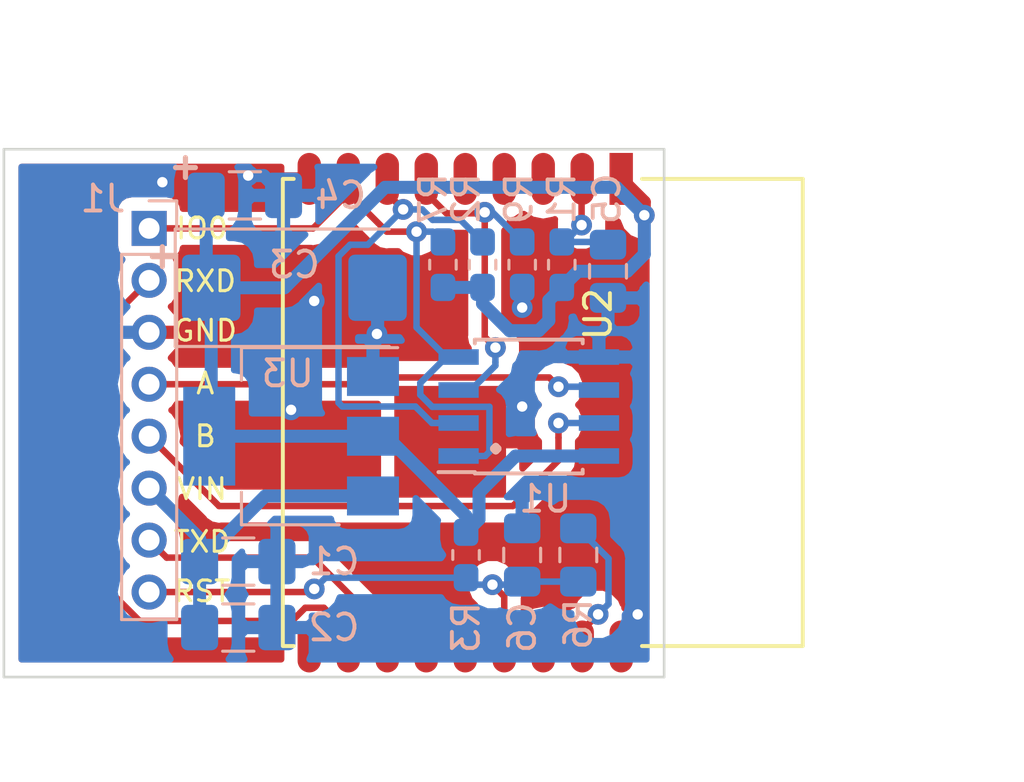
<source format=kicad_pcb>
(kicad_pcb (version 20171130) (host pcbnew 5.0.0)

  (general
    (thickness 1.6)
    (drawings 18)
    (tracks 152)
    (zones 0)
    (modules 16)
    (nets 14)
  )

  (page A4)
  (layers
    (0 F.Cu signal)
    (31 B.Cu signal)
    (32 B.Adhes user)
    (33 F.Adhes user)
    (34 B.Paste user)
    (35 F.Paste user)
    (36 B.SilkS user)
    (37 F.SilkS user)
    (38 B.Mask user)
    (39 F.Mask user)
    (40 Dwgs.User user)
    (41 Cmts.User user)
    (42 Eco1.User user)
    (43 Eco2.User user)
    (44 Edge.Cuts user)
    (45 Margin user)
    (46 B.CrtYd user)
    (47 F.CrtYd user)
    (48 B.Fab user)
    (49 F.Fab user)
  )

  (setup
    (last_trace_width 0.25)
    (trace_clearance 0.2)
    (zone_clearance 0.508)
    (zone_45_only no)
    (trace_min 0.2)
    (segment_width 0.2)
    (edge_width 0.1)
    (via_size 0.8)
    (via_drill 0.4)
    (via_min_size 0.8)
    (via_min_drill 0.3)
    (uvia_size 0.3)
    (uvia_drill 0.1)
    (uvias_allowed no)
    (uvia_min_size 0.2)
    (uvia_min_drill 0.1)
    (pcb_text_width 0.3)
    (pcb_text_size 1.5 1.5)
    (mod_edge_width 0.15)
    (mod_text_size 1 1)
    (mod_text_width 0.15)
    (pad_size 1.7 1.7)
    (pad_drill 0.95)
    (pad_to_mask_clearance 0)
    (aux_axis_origin 0 0)
    (visible_elements FFFFFF7F)
    (pcbplotparams
      (layerselection 0x010f0_ffffffff)
      (usegerberextensions true)
      (usegerberattributes false)
      (usegerberadvancedattributes false)
      (creategerberjobfile false)
      (excludeedgelayer true)
      (linewidth 0.100000)
      (plotframeref false)
      (viasonmask false)
      (mode 1)
      (useauxorigin false)
      (hpglpennumber 1)
      (hpglpenspeed 20)
      (hpglpendiameter 15.000000)
      (psnegative false)
      (psa4output false)
      (plotreference true)
      (plotvalue false)
      (plotinvisibletext false)
      (padsonsilk false)
      (subtractmaskfromsilk true)
      (outputformat 1)
      (mirror false)
      (drillshape 0)
      (scaleselection 1)
      (outputdirectory ""))
  )

  (net 0 "")
  (net 1 VCC)
  (net 2 GND)
  (net 3 +3V3)
  (net 4 EN)
  (net 5 RST)
  (net 6 IO0)
  (net 7 RXD)
  (net 8 A)
  (net 9 B)
  (net 10 TXD)
  (net 11 IO2)
  (net 12 IO16)
  (net 13 IO15)

  (net_class Default "これはデフォルトのネット クラスです。"
    (clearance 0.2)
    (trace_width 0.25)
    (via_dia 0.8)
    (via_drill 0.4)
    (uvia_dia 0.3)
    (uvia_drill 0.1)
    (add_net A)
    (add_net B)
    (add_net EN)
    (add_net IO0)
    (add_net IO15)
    (add_net IO16)
    (add_net IO2)
    (add_net RST)
    (add_net RXD)
    (add_net TXD)
  )

  (net_class Power ""
    (clearance 0.2)
    (trace_width 0.5)
    (via_dia 0.8)
    (via_drill 0.4)
    (uvia_dia 0.3)
    (uvia_drill 0.1)
    (add_net +3V3)
    (add_net GND)
    (add_net VCC)
  )

  (module Capacitor_SMD:C_1206_3216Metric_Pad1.42x1.75mm_HandSolder (layer B.Cu) (tedit 5B301BBE) (tstamp 5BA45E26)
    (at 117.602 123.825)
    (descr "Capacitor SMD 1206 (3216 Metric), square (rectangular) end terminal, IPC_7351 nominal with elongated pad for handsoldering. (Body size source: http://www.tortai-tech.com/upload/download/2011102023233369053.pdf), generated with kicad-footprint-generator")
    (tags "capacitor handsolder")
    (path /5BA86A4D)
    (attr smd)
    (fp_text reference C1 (at 3.683 0) (layer B.SilkS)
      (effects (font (size 1 1) (thickness 0.15)) (justify mirror))
    )
    (fp_text value C (at 0 -1.82) (layer B.Fab)
      (effects (font (size 1 1) (thickness 0.15)) (justify mirror))
    )
    (fp_line (start -1.6 -0.8) (end -1.6 0.8) (layer B.Fab) (width 0.1))
    (fp_line (start -1.6 0.8) (end 1.6 0.8) (layer B.Fab) (width 0.1))
    (fp_line (start 1.6 0.8) (end 1.6 -0.8) (layer B.Fab) (width 0.1))
    (fp_line (start 1.6 -0.8) (end -1.6 -0.8) (layer B.Fab) (width 0.1))
    (fp_line (start -0.602064 0.91) (end 0.602064 0.91) (layer B.SilkS) (width 0.12))
    (fp_line (start -0.602064 -0.91) (end 0.602064 -0.91) (layer B.SilkS) (width 0.12))
    (fp_line (start -2.45 -1.12) (end -2.45 1.12) (layer B.CrtYd) (width 0.05))
    (fp_line (start -2.45 1.12) (end 2.45 1.12) (layer B.CrtYd) (width 0.05))
    (fp_line (start 2.45 1.12) (end 2.45 -1.12) (layer B.CrtYd) (width 0.05))
    (fp_line (start 2.45 -1.12) (end -2.45 -1.12) (layer B.CrtYd) (width 0.05))
    (fp_text user %R (at 0 0) (layer B.Fab)
      (effects (font (size 0.8 0.8) (thickness 0.12)) (justify mirror))
    )
    (pad 1 smd roundrect (at -1.4875 0) (size 1.425 1.75) (layers B.Cu B.Paste B.Mask) (roundrect_rratio 0.175439)
      (net 1 VCC))
    (pad 2 smd roundrect (at 1.4875 0) (size 1.425 1.75) (layers B.Cu B.Paste B.Mask) (roundrect_rratio 0.175439)
      (net 2 GND))
    (model ${KISYS3DMOD}/Capacitor_SMD.3dshapes/C_1206_3216Metric.wrl
      (at (xyz 0 0 0))
      (scale (xyz 1 1 1))
      (rotate (xyz 0 0 0))
    )
  )

  (module Capacitor_SMD:C_1206_3216Metric_Pad1.42x1.75mm_HandSolder (layer B.Cu) (tedit 5B301BBE) (tstamp 5BA45E37)
    (at 117.602 126.365)
    (descr "Capacitor SMD 1206 (3216 Metric), square (rectangular) end terminal, IPC_7351 nominal with elongated pad for handsoldering. (Body size source: http://www.tortai-tech.com/upload/download/2011102023233369053.pdf), generated with kicad-footprint-generator")
    (tags "capacitor handsolder")
    (path /5BA86B48)
    (attr smd)
    (fp_text reference C2 (at 3.683 0) (layer B.SilkS)
      (effects (font (size 1 1) (thickness 0.15)) (justify mirror))
    )
    (fp_text value C (at 0 -1.82) (layer B.Fab)
      (effects (font (size 1 1) (thickness 0.15)) (justify mirror))
    )
    (fp_text user %R (at 0 0) (layer B.Fab)
      (effects (font (size 0.8 0.8) (thickness 0.12)) (justify mirror))
    )
    (fp_line (start 2.45 -1.12) (end -2.45 -1.12) (layer B.CrtYd) (width 0.05))
    (fp_line (start 2.45 1.12) (end 2.45 -1.12) (layer B.CrtYd) (width 0.05))
    (fp_line (start -2.45 1.12) (end 2.45 1.12) (layer B.CrtYd) (width 0.05))
    (fp_line (start -2.45 -1.12) (end -2.45 1.12) (layer B.CrtYd) (width 0.05))
    (fp_line (start -0.602064 -0.91) (end 0.602064 -0.91) (layer B.SilkS) (width 0.12))
    (fp_line (start -0.602064 0.91) (end 0.602064 0.91) (layer B.SilkS) (width 0.12))
    (fp_line (start 1.6 -0.8) (end -1.6 -0.8) (layer B.Fab) (width 0.1))
    (fp_line (start 1.6 0.8) (end 1.6 -0.8) (layer B.Fab) (width 0.1))
    (fp_line (start -1.6 0.8) (end 1.6 0.8) (layer B.Fab) (width 0.1))
    (fp_line (start -1.6 -0.8) (end -1.6 0.8) (layer B.Fab) (width 0.1))
    (pad 2 smd roundrect (at 1.4875 0) (size 1.425 1.75) (layers B.Cu B.Paste B.Mask) (roundrect_rratio 0.175439)
      (net 2 GND))
    (pad 1 smd roundrect (at -1.4875 0) (size 1.425 1.75) (layers B.Cu B.Paste B.Mask) (roundrect_rratio 0.175439)
      (net 1 VCC))
    (model ${KISYS3DMOD}/Capacitor_SMD.3dshapes/C_1206_3216Metric.wrl
      (at (xyz 0 0 0))
      (scale (xyz 1 1 1))
      (rotate (xyz 0 0 0))
    )
  )

  (module Capacitor_SMD:C_1206_3216Metric_Pad1.42x1.75mm_HandSolder (layer B.Cu) (tedit 5B301BBE) (tstamp 5BA45E59)
    (at 117.856 109.728)
    (descr "Capacitor SMD 1206 (3216 Metric), square (rectangular) end terminal, IPC_7351 nominal with elongated pad for handsoldering. (Body size source: http://www.tortai-tech.com/upload/download/2011102023233369053.pdf), generated with kicad-footprint-generator")
    (tags "capacitor handsolder")
    (path /5BA86D43)
    (attr smd)
    (fp_text reference C4 (at 3.683 0) (layer B.SilkS)
      (effects (font (size 1 1) (thickness 0.15)) (justify mirror))
    )
    (fp_text value C (at 0 -1.82) (layer B.Fab)
      (effects (font (size 1 1) (thickness 0.15)) (justify mirror))
    )
    (fp_text user %R (at 0 0) (layer B.Fab)
      (effects (font (size 0.8 0.8) (thickness 0.12)) (justify mirror))
    )
    (fp_line (start 2.45 -1.12) (end -2.45 -1.12) (layer B.CrtYd) (width 0.05))
    (fp_line (start 2.45 1.12) (end 2.45 -1.12) (layer B.CrtYd) (width 0.05))
    (fp_line (start -2.45 1.12) (end 2.45 1.12) (layer B.CrtYd) (width 0.05))
    (fp_line (start -2.45 -1.12) (end -2.45 1.12) (layer B.CrtYd) (width 0.05))
    (fp_line (start -0.602064 -0.91) (end 0.602064 -0.91) (layer B.SilkS) (width 0.12))
    (fp_line (start -0.602064 0.91) (end 0.602064 0.91) (layer B.SilkS) (width 0.12))
    (fp_line (start 1.6 -0.8) (end -1.6 -0.8) (layer B.Fab) (width 0.1))
    (fp_line (start 1.6 0.8) (end 1.6 -0.8) (layer B.Fab) (width 0.1))
    (fp_line (start -1.6 0.8) (end 1.6 0.8) (layer B.Fab) (width 0.1))
    (fp_line (start -1.6 -0.8) (end -1.6 0.8) (layer B.Fab) (width 0.1))
    (pad 2 smd roundrect (at 1.4875 0) (size 1.425 1.75) (layers B.Cu B.Paste B.Mask) (roundrect_rratio 0.175439)
      (net 2 GND))
    (pad 1 smd roundrect (at -1.4875 0) (size 1.425 1.75) (layers B.Cu B.Paste B.Mask) (roundrect_rratio 0.175439)
      (net 3 +3V3))
    (model ${KISYS3DMOD}/Capacitor_SMD.3dshapes/C_1206_3216Metric.wrl
      (at (xyz 0 0 0))
      (scale (xyz 1 1 1))
      (rotate (xyz 0 0 0))
    )
  )

  (module Capacitor_SMD:C_0805_2012Metric_Pad1.15x1.40mm_HandSolder (layer B.Cu) (tedit 5B36C52B) (tstamp 5BA45E6A)
    (at 131.826 112.649 270)
    (descr "Capacitor SMD 0805 (2012 Metric), square (rectangular) end terminal, IPC_7351 nominal with elongated pad for handsoldering. (Body size source: https://docs.google.com/spreadsheets/d/1BsfQQcO9C6DZCsRaXUlFlo91Tg2WpOkGARC1WS5S8t0/edit?usp=sharing), generated with kicad-footprint-generator")
    (tags "capacitor handsolder")
    (path /5BA20D2D)
    (attr smd)
    (fp_text reference C5 (at -2.794 0.042332 270) (layer B.SilkS)
      (effects (font (size 1 1) (thickness 0.15)) (justify mirror))
    )
    (fp_text value C (at 0 -1.65 270) (layer B.Fab)
      (effects (font (size 1 1) (thickness 0.15)) (justify mirror))
    )
    (fp_line (start -1 -0.6) (end -1 0.6) (layer B.Fab) (width 0.1))
    (fp_line (start -1 0.6) (end 1 0.6) (layer B.Fab) (width 0.1))
    (fp_line (start 1 0.6) (end 1 -0.6) (layer B.Fab) (width 0.1))
    (fp_line (start 1 -0.6) (end -1 -0.6) (layer B.Fab) (width 0.1))
    (fp_line (start -0.261252 0.71) (end 0.261252 0.71) (layer B.SilkS) (width 0.12))
    (fp_line (start -0.261252 -0.71) (end 0.261252 -0.71) (layer B.SilkS) (width 0.12))
    (fp_line (start -1.85 -0.95) (end -1.85 0.95) (layer B.CrtYd) (width 0.05))
    (fp_line (start -1.85 0.95) (end 1.85 0.95) (layer B.CrtYd) (width 0.05))
    (fp_line (start 1.85 0.95) (end 1.85 -0.95) (layer B.CrtYd) (width 0.05))
    (fp_line (start 1.85 -0.95) (end -1.85 -0.95) (layer B.CrtYd) (width 0.05))
    (fp_text user %R (at 0 0 270) (layer B.Fab)
      (effects (font (size 0.5 0.5) (thickness 0.08)) (justify mirror))
    )
    (pad 1 smd roundrect (at -1.025 0 270) (size 1.15 1.4) (layers B.Cu B.Paste B.Mask) (roundrect_rratio 0.217391)
      (net 4 EN))
    (pad 2 smd roundrect (at 1.025 0 270) (size 1.15 1.4) (layers B.Cu B.Paste B.Mask) (roundrect_rratio 0.217391)
      (net 2 GND))
    (model ${KISYS3DMOD}/Capacitor_SMD.3dshapes/C_0805_2012Metric.wrl
      (at (xyz 0 0 0))
      (scale (xyz 1 1 1))
      (rotate (xyz 0 0 0))
    )
  )

  (module Package_SO:SOIC-8_3.9x4.9mm_P1.27mm (layer B.Cu) (tedit 5A02F2D3) (tstamp 5BA45F6C)
    (at 128.778 117.856)
    (descr "8-Lead Plastic Small Outline (SN) - Narrow, 3.90 mm Body [SOIC] (see Microchip Packaging Specification 00000049BS.pdf)")
    (tags "SOIC 1.27")
    (path /5B923B04)
    (attr smd)
    (fp_text reference U1 (at 0.635 3.556) (layer B.SilkS)
      (effects (font (size 1 1) (thickness 0.15)) (justify mirror))
    )
    (fp_text value MAX3485 (at 0 -3.5) (layer B.Fab)
      (effects (font (size 1 1) (thickness 0.15)) (justify mirror))
    )
    (fp_text user %R (at 0 0) (layer B.Fab)
      (effects (font (size 1 1) (thickness 0.15)) (justify mirror))
    )
    (fp_line (start -0.95 2.45) (end 1.95 2.45) (layer B.Fab) (width 0.1))
    (fp_line (start 1.95 2.45) (end 1.95 -2.45) (layer B.Fab) (width 0.1))
    (fp_line (start 1.95 -2.45) (end -1.95 -2.45) (layer B.Fab) (width 0.1))
    (fp_line (start -1.95 -2.45) (end -1.95 1.45) (layer B.Fab) (width 0.1))
    (fp_line (start -1.95 1.45) (end -0.95 2.45) (layer B.Fab) (width 0.1))
    (fp_line (start -3.73 2.7) (end -3.73 -2.7) (layer B.CrtYd) (width 0.05))
    (fp_line (start 3.73 2.7) (end 3.73 -2.7) (layer B.CrtYd) (width 0.05))
    (fp_line (start -3.73 2.7) (end 3.73 2.7) (layer B.CrtYd) (width 0.05))
    (fp_line (start -3.73 -2.7) (end 3.73 -2.7) (layer B.CrtYd) (width 0.05))
    (fp_line (start -2.075 2.575) (end -2.075 2.525) (layer B.SilkS) (width 0.15))
    (fp_line (start 2.075 2.575) (end 2.075 2.43) (layer B.SilkS) (width 0.15))
    (fp_line (start 2.075 -2.575) (end 2.075 -2.43) (layer B.SilkS) (width 0.15))
    (fp_line (start -2.075 -2.575) (end -2.075 -2.43) (layer B.SilkS) (width 0.15))
    (fp_line (start -2.075 2.575) (end 2.075 2.575) (layer B.SilkS) (width 0.15))
    (fp_line (start -2.075 -2.575) (end 2.075 -2.575) (layer B.SilkS) (width 0.15))
    (fp_line (start -2.075 2.525) (end -3.475 2.525) (layer B.SilkS) (width 0.15))
    (pad 1 smd rect (at -2.7 1.905) (size 1.55 0.6) (layers B.Cu B.Paste B.Mask)
      (net 6 IO0))
    (pad 2 smd rect (at -2.7 0.635) (size 1.55 0.6) (layers B.Cu B.Paste B.Mask)
      (net 11 IO2))
    (pad 3 smd rect (at -2.7 -0.635) (size 1.55 0.6) (layers B.Cu B.Paste B.Mask)
      (net 13 IO15))
    (pad 4 smd rect (at -2.7 -1.905) (size 1.55 0.6) (layers B.Cu B.Paste B.Mask)
      (net 6 IO0))
    (pad 5 smd rect (at 2.7 -1.905) (size 1.55 0.6) (layers B.Cu B.Paste B.Mask)
      (net 2 GND))
    (pad 6 smd rect (at 2.7 -0.635) (size 1.55 0.6) (layers B.Cu B.Paste B.Mask)
      (net 8 A))
    (pad 7 smd rect (at 2.7 0.635) (size 1.55 0.6) (layers B.Cu B.Paste B.Mask)
      (net 9 B))
    (pad 8 smd rect (at 2.7 1.905) (size 1.55 0.6) (layers B.Cu B.Paste B.Mask)
      (net 3 +3V3))
    (model ${KISYS3DMOD}/Package_SO.3dshapes/SOIC-8_3.9x4.9mm_P1.27mm.wrl
      (at (xyz 0 0 0))
      (scale (xyz 1 1 1))
      (rotate (xyz 0 0 0))
    )
  )

  (module Package_TO_SOT_SMD:SOT-223-3_TabPin2 (layer B.Cu) (tedit 5A02FF57) (tstamp 5BA45FB0)
    (at 119.634 118.999 180)
    (descr "module CMS SOT223 4 pins")
    (tags "CMS SOT")
    (path /5BA6808A)
    (attr smd)
    (fp_text reference U3 (at 0.127 2.413 180) (layer B.SilkS)
      (effects (font (size 1 1) (thickness 0.15)) (justify mirror))
    )
    (fp_text value AMS1117-3.3 (at 0 -4.5 180) (layer B.Fab)
      (effects (font (size 1 1) (thickness 0.15)) (justify mirror))
    )
    (fp_text user %R (at 0 0 90) (layer B.Fab)
      (effects (font (size 0.8 0.8) (thickness 0.12)) (justify mirror))
    )
    (fp_line (start 1.91 -3.41) (end 1.91 -2.15) (layer B.SilkS) (width 0.12))
    (fp_line (start 1.91 3.41) (end 1.91 2.15) (layer B.SilkS) (width 0.12))
    (fp_line (start 4.4 3.6) (end -4.4 3.6) (layer B.CrtYd) (width 0.05))
    (fp_line (start 4.4 -3.6) (end 4.4 3.6) (layer B.CrtYd) (width 0.05))
    (fp_line (start -4.4 -3.6) (end 4.4 -3.6) (layer B.CrtYd) (width 0.05))
    (fp_line (start -4.4 3.6) (end -4.4 -3.6) (layer B.CrtYd) (width 0.05))
    (fp_line (start -1.85 2.35) (end -0.85 3.35) (layer B.Fab) (width 0.1))
    (fp_line (start -1.85 2.35) (end -1.85 -3.35) (layer B.Fab) (width 0.1))
    (fp_line (start -1.85 -3.41) (end 1.91 -3.41) (layer B.SilkS) (width 0.12))
    (fp_line (start -0.85 3.35) (end 1.85 3.35) (layer B.Fab) (width 0.1))
    (fp_line (start -4.1 3.41) (end 1.91 3.41) (layer B.SilkS) (width 0.12))
    (fp_line (start -1.85 -3.35) (end 1.85 -3.35) (layer B.Fab) (width 0.1))
    (fp_line (start 1.85 3.35) (end 1.85 -3.35) (layer B.Fab) (width 0.1))
    (pad 2 smd rect (at 3.15 0 180) (size 2 3.8) (layers B.Cu B.Paste B.Mask)
      (net 3 +3V3))
    (pad 2 smd rect (at -3.15 0 180) (size 2 1.5) (layers B.Cu B.Paste B.Mask)
      (net 3 +3V3))
    (pad 3 smd rect (at -3.15 -2.3 180) (size 2 1.5) (layers B.Cu B.Paste B.Mask)
      (net 1 VCC))
    (pad 1 smd rect (at -3.15 2.3 180) (size 2 1.5) (layers B.Cu B.Paste B.Mask)
      (net 2 GND))
    (model ${KISYS3DMOD}/Package_TO_SOT_SMD.3dshapes/SOT-223.wrl
      (at (xyz 0 0 0))
      (scale (xyz 1 1 1))
      (rotate (xyz 0 0 0))
    )
  )

  (module Capacitor_Tantalum_SMD:CP_EIA-7343-15_Kemet-W_Pad2.25x2.55mm_HandSolder (layer B.Cu) (tedit 5B301BBE) (tstamp 5BDE87A8)
    (at 119.761 113.284)
    (descr "Tantalum Capacitor SMD Kemet-W (7343-15 Metric), IPC_7351 nominal, (Body size from: http://www.kemet.com/Lists/ProductCatalog/Attachments/253/KEM_TC101_STD.pdf), generated with kicad-footprint-generator")
    (tags "capacitor tantalum")
    (path /5BA86C88)
    (attr smd)
    (fp_text reference C3 (at 0 -0.889) (layer B.SilkS)
      (effects (font (size 1 1) (thickness 0.15)) (justify mirror))
    )
    (fp_text value C (at 0 -3.1) (layer B.Fab)
      (effects (font (size 1 1) (thickness 0.15)) (justify mirror))
    )
    (fp_line (start 3.65 2.15) (end -2.65 2.15) (layer B.Fab) (width 0.1))
    (fp_line (start -2.65 2.15) (end -3.65 1.15) (layer B.Fab) (width 0.1))
    (fp_line (start -3.65 1.15) (end -3.65 -2.15) (layer B.Fab) (width 0.1))
    (fp_line (start -3.65 -2.15) (end 3.65 -2.15) (layer B.Fab) (width 0.1))
    (fp_line (start 3.65 -2.15) (end 3.65 2.15) (layer B.Fab) (width 0.1))
    (fp_line (start 3.65 2.26) (end -4.585 2.26) (layer B.SilkS) (width 0.12))
    (fp_line (start -4.585 2.26) (end -4.585 -2.26) (layer B.SilkS) (width 0.12))
    (fp_line (start -4.585 -2.26) (end 3.65 -2.26) (layer B.SilkS) (width 0.12))
    (fp_line (start -4.58 -2.4) (end -4.58 2.4) (layer B.CrtYd) (width 0.05))
    (fp_line (start -4.58 2.4) (end 4.58 2.4) (layer B.CrtYd) (width 0.05))
    (fp_line (start 4.58 2.4) (end 4.58 -2.4) (layer B.CrtYd) (width 0.05))
    (fp_line (start 4.58 -2.4) (end -4.58 -2.4) (layer B.CrtYd) (width 0.05))
    (fp_text user %R (at 0 0) (layer B.Fab)
      (effects (font (size 1 1) (thickness 0.15)) (justify mirror))
    )
    (pad 1 smd roundrect (at -3.2 0) (size 2.25 2.55) (layers B.Cu B.Paste B.Mask) (roundrect_rratio 0.111111)
      (net 3 +3V3))
    (pad 2 smd roundrect (at 3.2 0) (size 2.25 2.55) (layers B.Cu B.Paste B.Mask) (roundrect_rratio 0.111111)
      (net 2 GND))
    (model ${KISYS3DMOD}/Capacitor_Tantalum_SMD.3dshapes/CP_EIA-7343-15_Kemet-W.wrl
      (at (xyz 0 0 0))
      (scale (xyz 1 1 1))
      (rotate (xyz 0 0 0))
    )
  )

  (module Capacitor_SMD:C_0805_2012Metric_Pad1.15x1.40mm_HandSolder (layer B.Cu) (tedit 5B36C52B) (tstamp 5BDE87CA)
    (at 128.524 123.571 90)
    (descr "Capacitor SMD 0805 (2012 Metric), square (rectangular) end terminal, IPC_7351 nominal with elongated pad for handsoldering. (Body size source: https://docs.google.com/spreadsheets/d/1BsfQQcO9C6DZCsRaXUlFlo91Tg2WpOkGARC1WS5S8t0/edit?usp=sharing), generated with kicad-footprint-generator")
    (tags "capacitor handsolder")
    (path /5BDFB95C)
    (attr smd)
    (fp_text reference C6 (at -2.794 0 90) (layer B.SilkS)
      (effects (font (size 1 1) (thickness 0.15)) (justify mirror))
    )
    (fp_text value C (at 0 -1.65 90) (layer B.Fab)
      (effects (font (size 1 1) (thickness 0.15)) (justify mirror))
    )
    (fp_line (start -1 -0.6) (end -1 0.6) (layer B.Fab) (width 0.1))
    (fp_line (start -1 0.6) (end 1 0.6) (layer B.Fab) (width 0.1))
    (fp_line (start 1 0.6) (end 1 -0.6) (layer B.Fab) (width 0.1))
    (fp_line (start 1 -0.6) (end -1 -0.6) (layer B.Fab) (width 0.1))
    (fp_line (start -0.261252 0.71) (end 0.261252 0.71) (layer B.SilkS) (width 0.12))
    (fp_line (start -0.261252 -0.71) (end 0.261252 -0.71) (layer B.SilkS) (width 0.12))
    (fp_line (start -1.85 -0.95) (end -1.85 0.95) (layer B.CrtYd) (width 0.05))
    (fp_line (start -1.85 0.95) (end 1.85 0.95) (layer B.CrtYd) (width 0.05))
    (fp_line (start 1.85 0.95) (end 1.85 -0.95) (layer B.CrtYd) (width 0.05))
    (fp_line (start 1.85 -0.95) (end -1.85 -0.95) (layer B.CrtYd) (width 0.05))
    (fp_text user %R (at 0 0 90) (layer B.Fab)
      (effects (font (size 0.5 0.5) (thickness 0.08)) (justify mirror))
    )
    (pad 1 smd roundrect (at -1.025 0 90) (size 1.15 1.4) (layers B.Cu B.Paste B.Mask) (roundrect_rratio 0.217391)
      (net 5 RST))
    (pad 2 smd roundrect (at 1.025 0 90) (size 1.15 1.4) (layers B.Cu B.Paste B.Mask) (roundrect_rratio 0.217391)
      (net 2 GND))
    (model ${KISYS3DMOD}/Capacitor_SMD.3dshapes/C_0805_2012Metric.wrl
      (at (xyz 0 0 0))
      (scale (xyz 1 1 1))
      (rotate (xyz 0 0 0))
    )
  )

  (module Resistor_SMD:R_0805_2012Metric_Pad1.15x1.40mm_HandSolder (layer B.Cu) (tedit 5B36C52B) (tstamp 5BDE880F)
    (at 130.683 123.571 90)
    (descr "Resistor SMD 0805 (2012 Metric), square (rectangular) end terminal, IPC_7351 nominal with elongated pad for handsoldering. (Body size source: https://docs.google.com/spreadsheets/d/1BsfQQcO9C6DZCsRaXUlFlo91Tg2WpOkGARC1WS5S8t0/edit?usp=sharing), generated with kicad-footprint-generator")
    (tags "resistor handsolder")
    (path /5BDECDB3)
    (attr smd)
    (fp_text reference R6 (at -2.667 0 90) (layer B.SilkS)
      (effects (font (size 1 1) (thickness 0.15)) (justify mirror))
    )
    (fp_text value 1K (at 0 -1.65 90) (layer B.Fab)
      (effects (font (size 1 1) (thickness 0.15)) (justify mirror))
    )
    (fp_line (start -1 -0.6) (end -1 0.6) (layer B.Fab) (width 0.1))
    (fp_line (start -1 0.6) (end 1 0.6) (layer B.Fab) (width 0.1))
    (fp_line (start 1 0.6) (end 1 -0.6) (layer B.Fab) (width 0.1))
    (fp_line (start 1 -0.6) (end -1 -0.6) (layer B.Fab) (width 0.1))
    (fp_line (start -0.261252 0.71) (end 0.261252 0.71) (layer B.SilkS) (width 0.12))
    (fp_line (start -0.261252 -0.71) (end 0.261252 -0.71) (layer B.SilkS) (width 0.12))
    (fp_line (start -1.85 -0.95) (end -1.85 0.95) (layer B.CrtYd) (width 0.05))
    (fp_line (start -1.85 0.95) (end 1.85 0.95) (layer B.CrtYd) (width 0.05))
    (fp_line (start 1.85 0.95) (end 1.85 -0.95) (layer B.CrtYd) (width 0.05))
    (fp_line (start 1.85 -0.95) (end -1.85 -0.95) (layer B.CrtYd) (width 0.05))
    (fp_text user %R (at 0 0 90) (layer B.Fab)
      (effects (font (size 0.5 0.5) (thickness 0.08)) (justify mirror))
    )
    (pad 1 smd roundrect (at -1.025 0 90) (size 1.15 1.4) (layers B.Cu B.Paste B.Mask) (roundrect_rratio 0.217391)
      (net 5 RST))
    (pad 2 smd roundrect (at 1.025 0 90) (size 1.15 1.4) (layers B.Cu B.Paste B.Mask) (roundrect_rratio 0.217391)
      (net 12 IO16))
    (model ${KISYS3DMOD}/Resistor_SMD.3dshapes/R_0805_2012Metric.wrl
      (at (xyz 0 0 0))
      (scale (xyz 1 1 1))
      (rotate (xyz 0 0 0))
    )
  )

  (module Resistor_SMD:R_0603_1608Metric_Pad1.05x0.95mm_HandSolder (layer B.Cu) (tedit 5B301BBD) (tstamp 5BDFDE67)
    (at 130.048 112.395 270)
    (descr "Resistor SMD 0603 (1608 Metric), square (rectangular) end terminal, IPC_7351 nominal with elongated pad for handsoldering. (Body size source: http://www.tortai-tech.com/upload/download/2011102023233369053.pdf), generated with kicad-footprint-generator")
    (tags "resistor handsolder")
    (path /5B923C52)
    (attr smd)
    (fp_text reference R1 (at -2.54 0 270) (layer B.SilkS)
      (effects (font (size 1 1) (thickness 0.15)) (justify mirror))
    )
    (fp_text value 10K (at 0 -1.43 270) (layer B.Fab)
      (effects (font (size 1 1) (thickness 0.15)) (justify mirror))
    )
    (fp_line (start -0.8 -0.4) (end -0.8 0.4) (layer B.Fab) (width 0.1))
    (fp_line (start -0.8 0.4) (end 0.8 0.4) (layer B.Fab) (width 0.1))
    (fp_line (start 0.8 0.4) (end 0.8 -0.4) (layer B.Fab) (width 0.1))
    (fp_line (start 0.8 -0.4) (end -0.8 -0.4) (layer B.Fab) (width 0.1))
    (fp_line (start -0.171267 0.51) (end 0.171267 0.51) (layer B.SilkS) (width 0.12))
    (fp_line (start -0.171267 -0.51) (end 0.171267 -0.51) (layer B.SilkS) (width 0.12))
    (fp_line (start -1.65 -0.73) (end -1.65 0.73) (layer B.CrtYd) (width 0.05))
    (fp_line (start -1.65 0.73) (end 1.65 0.73) (layer B.CrtYd) (width 0.05))
    (fp_line (start 1.65 0.73) (end 1.65 -0.73) (layer B.CrtYd) (width 0.05))
    (fp_line (start 1.65 -0.73) (end -1.65 -0.73) (layer B.CrtYd) (width 0.05))
    (fp_text user %R (at 0 0 270) (layer B.Fab)
      (effects (font (size 0.4 0.4) (thickness 0.06)) (justify mirror))
    )
    (pad 1 smd roundrect (at -0.875 0 270) (size 1.05 0.95) (layers B.Cu B.Paste B.Mask) (roundrect_rratio 0.25)
      (net 4 EN))
    (pad 2 smd roundrect (at 0.875 0 270) (size 1.05 0.95) (layers B.Cu B.Paste B.Mask) (roundrect_rratio 0.25)
      (net 3 +3V3))
    (model ${KISYS3DMOD}/Resistor_SMD.3dshapes/R_0603_1608Metric.wrl
      (at (xyz 0 0 0))
      (scale (xyz 1 1 1))
      (rotate (xyz 0 0 0))
    )
  )

  (module Resistor_SMD:R_0603_1608Metric_Pad1.05x0.95mm_HandSolder (layer B.Cu) (tedit 5B301BBD) (tstamp 5BDFDE77)
    (at 127 112.395 270)
    (descr "Resistor SMD 0603 (1608 Metric), square (rectangular) end terminal, IPC_7351 nominal with elongated pad for handsoldering. (Body size source: http://www.tortai-tech.com/upload/download/2011102023233369053.pdf), generated with kicad-footprint-generator")
    (tags "resistor handsolder")
    (path /5B923CFF)
    (attr smd)
    (fp_text reference R2 (at -2.54 0.635 270) (layer B.SilkS)
      (effects (font (size 1 1) (thickness 0.15)) (justify mirror))
    )
    (fp_text value 10K (at 0 -1.43 270) (layer B.Fab)
      (effects (font (size 1 1) (thickness 0.15)) (justify mirror))
    )
    (fp_text user %R (at 0 0 270) (layer B.Fab)
      (effects (font (size 0.4 0.4) (thickness 0.06)) (justify mirror))
    )
    (fp_line (start 1.65 -0.73) (end -1.65 -0.73) (layer B.CrtYd) (width 0.05))
    (fp_line (start 1.65 0.73) (end 1.65 -0.73) (layer B.CrtYd) (width 0.05))
    (fp_line (start -1.65 0.73) (end 1.65 0.73) (layer B.CrtYd) (width 0.05))
    (fp_line (start -1.65 -0.73) (end -1.65 0.73) (layer B.CrtYd) (width 0.05))
    (fp_line (start -0.171267 -0.51) (end 0.171267 -0.51) (layer B.SilkS) (width 0.12))
    (fp_line (start -0.171267 0.51) (end 0.171267 0.51) (layer B.SilkS) (width 0.12))
    (fp_line (start 0.8 -0.4) (end -0.8 -0.4) (layer B.Fab) (width 0.1))
    (fp_line (start 0.8 0.4) (end 0.8 -0.4) (layer B.Fab) (width 0.1))
    (fp_line (start -0.8 0.4) (end 0.8 0.4) (layer B.Fab) (width 0.1))
    (fp_line (start -0.8 -0.4) (end -0.8 0.4) (layer B.Fab) (width 0.1))
    (pad 2 smd roundrect (at 0.875 0 270) (size 1.05 0.95) (layers B.Cu B.Paste B.Mask) (roundrect_rratio 0.25)
      (net 3 +3V3))
    (pad 1 smd roundrect (at -0.875 0 270) (size 1.05 0.95) (layers B.Cu B.Paste B.Mask) (roundrect_rratio 0.25)
      (net 11 IO2))
    (model ${KISYS3DMOD}/Resistor_SMD.3dshapes/R_0603_1608Metric.wrl
      (at (xyz 0 0 0))
      (scale (xyz 1 1 1))
      (rotate (xyz 0 0 0))
    )
  )

  (module Resistor_SMD:R_0603_1608Metric_Pad1.05x0.95mm_HandSolder (layer B.Cu) (tedit 5B301BBD) (tstamp 5BDFDE87)
    (at 126.365 123.571 90)
    (descr "Resistor SMD 0603 (1608 Metric), square (rectangular) end terminal, IPC_7351 nominal with elongated pad for handsoldering. (Body size source: http://www.tortai-tech.com/upload/download/2011102023233369053.pdf), generated with kicad-footprint-generator")
    (tags "resistor handsolder")
    (path /5B923D91)
    (attr smd)
    (fp_text reference R3 (at -2.794 0 90) (layer B.SilkS)
      (effects (font (size 1 1) (thickness 0.15)) (justify mirror))
    )
    (fp_text value 10K (at 0 -1.43 90) (layer B.Fab)
      (effects (font (size 1 1) (thickness 0.15)) (justify mirror))
    )
    (fp_line (start -0.8 -0.4) (end -0.8 0.4) (layer B.Fab) (width 0.1))
    (fp_line (start -0.8 0.4) (end 0.8 0.4) (layer B.Fab) (width 0.1))
    (fp_line (start 0.8 0.4) (end 0.8 -0.4) (layer B.Fab) (width 0.1))
    (fp_line (start 0.8 -0.4) (end -0.8 -0.4) (layer B.Fab) (width 0.1))
    (fp_line (start -0.171267 0.51) (end 0.171267 0.51) (layer B.SilkS) (width 0.12))
    (fp_line (start -0.171267 -0.51) (end 0.171267 -0.51) (layer B.SilkS) (width 0.12))
    (fp_line (start -1.65 -0.73) (end -1.65 0.73) (layer B.CrtYd) (width 0.05))
    (fp_line (start -1.65 0.73) (end 1.65 0.73) (layer B.CrtYd) (width 0.05))
    (fp_line (start 1.65 0.73) (end 1.65 -0.73) (layer B.CrtYd) (width 0.05))
    (fp_line (start 1.65 -0.73) (end -1.65 -0.73) (layer B.CrtYd) (width 0.05))
    (fp_text user %R (at 0 0 90) (layer B.Fab)
      (effects (font (size 0.4 0.4) (thickness 0.06)) (justify mirror))
    )
    (pad 1 smd roundrect (at -0.875 0 90) (size 1.05 0.95) (layers B.Cu B.Paste B.Mask) (roundrect_rratio 0.25)
      (net 5 RST))
    (pad 2 smd roundrect (at 0.875 0 90) (size 1.05 0.95) (layers B.Cu B.Paste B.Mask) (roundrect_rratio 0.25)
      (net 3 +3V3))
    (model ${KISYS3DMOD}/Resistor_SMD.3dshapes/R_0603_1608Metric.wrl
      (at (xyz 0 0 0))
      (scale (xyz 1 1 1))
      (rotate (xyz 0 0 0))
    )
  )

  (module Resistor_SMD:R_0603_1608Metric_Pad1.05x0.95mm_HandSolder (layer B.Cu) (tedit 5B301BBD) (tstamp 5BDFDE97)
    (at 125.476 112.395 270)
    (descr "Resistor SMD 0603 (1608 Metric), square (rectangular) end terminal, IPC_7351 nominal with elongated pad for handsoldering. (Body size source: http://www.tortai-tech.com/upload/download/2011102023233369053.pdf), generated with kicad-footprint-generator")
    (tags "resistor handsolder")
    (path /5B924085)
    (attr smd)
    (fp_text reference R7 (at -2.54 0.381 270) (layer B.SilkS)
      (effects (font (size 1 1) (thickness 0.15)) (justify mirror))
    )
    (fp_text value 10K (at 0 -1.43 270) (layer B.Fab)
      (effects (font (size 1 1) (thickness 0.15)) (justify mirror))
    )
    (fp_text user %R (at 0 0 270) (layer B.Fab)
      (effects (font (size 0.4 0.4) (thickness 0.06)) (justify mirror))
    )
    (fp_line (start 1.65 -0.73) (end -1.65 -0.73) (layer B.CrtYd) (width 0.05))
    (fp_line (start 1.65 0.73) (end 1.65 -0.73) (layer B.CrtYd) (width 0.05))
    (fp_line (start -1.65 0.73) (end 1.65 0.73) (layer B.CrtYd) (width 0.05))
    (fp_line (start -1.65 -0.73) (end -1.65 0.73) (layer B.CrtYd) (width 0.05))
    (fp_line (start -0.171267 -0.51) (end 0.171267 -0.51) (layer B.SilkS) (width 0.12))
    (fp_line (start -0.171267 0.51) (end 0.171267 0.51) (layer B.SilkS) (width 0.12))
    (fp_line (start 0.8 -0.4) (end -0.8 -0.4) (layer B.Fab) (width 0.1))
    (fp_line (start 0.8 0.4) (end 0.8 -0.4) (layer B.Fab) (width 0.1))
    (fp_line (start -0.8 0.4) (end 0.8 0.4) (layer B.Fab) (width 0.1))
    (fp_line (start -0.8 -0.4) (end -0.8 0.4) (layer B.Fab) (width 0.1))
    (pad 2 smd roundrect (at 0.875 0 270) (size 1.05 0.95) (layers B.Cu B.Paste B.Mask) (roundrect_rratio 0.25)
      (net 3 +3V3))
    (pad 1 smd roundrect (at -0.875 0 270) (size 1.05 0.95) (layers B.Cu B.Paste B.Mask) (roundrect_rratio 0.25)
      (net 6 IO0))
    (model ${KISYS3DMOD}/Resistor_SMD.3dshapes/R_0603_1608Metric.wrl
      (at (xyz 0 0 0))
      (scale (xyz 1 1 1))
      (rotate (xyz 0 0 0))
    )
  )

  (module Resistor_SMD:R_0603_1608Metric_Pad1.05x0.95mm_HandSolder (layer B.Cu) (tedit 5B301BBD) (tstamp 5BDFDEA7)
    (at 128.524 112.395 90)
    (descr "Resistor SMD 0603 (1608 Metric), square (rectangular) end terminal, IPC_7351 nominal with elongated pad for handsoldering. (Body size source: http://www.tortai-tech.com/upload/download/2011102023233369053.pdf), generated with kicad-footprint-generator")
    (tags "resistor handsolder")
    (path /5B92408B)
    (attr smd)
    (fp_text reference R9 (at 2.54 -0.127 90) (layer B.SilkS)
      (effects (font (size 1 1) (thickness 0.15)) (justify mirror))
    )
    (fp_text value 10K (at 0 -1.43 90) (layer B.Fab)
      (effects (font (size 1 1) (thickness 0.15)) (justify mirror))
    )
    (fp_line (start -0.8 -0.4) (end -0.8 0.4) (layer B.Fab) (width 0.1))
    (fp_line (start -0.8 0.4) (end 0.8 0.4) (layer B.Fab) (width 0.1))
    (fp_line (start 0.8 0.4) (end 0.8 -0.4) (layer B.Fab) (width 0.1))
    (fp_line (start 0.8 -0.4) (end -0.8 -0.4) (layer B.Fab) (width 0.1))
    (fp_line (start -0.171267 0.51) (end 0.171267 0.51) (layer B.SilkS) (width 0.12))
    (fp_line (start -0.171267 -0.51) (end 0.171267 -0.51) (layer B.SilkS) (width 0.12))
    (fp_line (start -1.65 -0.73) (end -1.65 0.73) (layer B.CrtYd) (width 0.05))
    (fp_line (start -1.65 0.73) (end 1.65 0.73) (layer B.CrtYd) (width 0.05))
    (fp_line (start 1.65 0.73) (end 1.65 -0.73) (layer B.CrtYd) (width 0.05))
    (fp_line (start 1.65 -0.73) (end -1.65 -0.73) (layer B.CrtYd) (width 0.05))
    (fp_text user %R (at 0 0 90) (layer B.Fab)
      (effects (font (size 0.4 0.4) (thickness 0.06)) (justify mirror))
    )
    (pad 1 smd roundrect (at -0.875 0 90) (size 1.05 0.95) (layers B.Cu B.Paste B.Mask) (roundrect_rratio 0.25)
      (net 2 GND))
    (pad 2 smd roundrect (at 0.875 0 90) (size 1.05 0.95) (layers B.Cu B.Paste B.Mask) (roundrect_rratio 0.25)
      (net 13 IO15))
    (model ${KISYS3DMOD}/Resistor_SMD.3dshapes/R_0603_1608Metric.wrl
      (at (xyz 0 0 0))
      (scale (xyz 1 1 1))
      (rotate (xyz 0 0 0))
    )
  )

  (module Connector_PinHeader_2.00mm:PinHeader_1x08_P2.00mm_Vertical (layer B.Cu) (tedit 59FED667) (tstamp 5BEA436B)
    (at 114.173 110.998 180)
    (descr "Through hole straight pin header, 1x08, 2.00mm pitch, single row")
    (tags "Through hole pin header THT 1x08 2.00mm single row")
    (path /5BA89674)
    (fp_text reference J1 (at 1.778 1.143 180) (layer B.SilkS)
      (effects (font (size 1 1) (thickness 0.15)) (justify mirror))
    )
    (fp_text value Conn_01x08 (at 0 -16.06 180) (layer B.Fab)
      (effects (font (size 1 1) (thickness 0.15)) (justify mirror))
    )
    (fp_line (start -0.5 1) (end 1 1) (layer B.Fab) (width 0.1))
    (fp_line (start 1 1) (end 1 -15) (layer B.Fab) (width 0.1))
    (fp_line (start 1 -15) (end -1 -15) (layer B.Fab) (width 0.1))
    (fp_line (start -1 -15) (end -1 0.5) (layer B.Fab) (width 0.1))
    (fp_line (start -1 0.5) (end -0.5 1) (layer B.Fab) (width 0.1))
    (fp_line (start -1.06 -15.06) (end 1.06 -15.06) (layer B.SilkS) (width 0.12))
    (fp_line (start -1.06 -1) (end -1.06 -15.06) (layer B.SilkS) (width 0.12))
    (fp_line (start 1.06 -1) (end 1.06 -15.06) (layer B.SilkS) (width 0.12))
    (fp_line (start -1.06 -1) (end 1.06 -1) (layer B.SilkS) (width 0.12))
    (fp_line (start -1.06 0) (end -1.06 1.06) (layer B.SilkS) (width 0.12))
    (fp_line (start -1.06 1.06) (end 0 1.06) (layer B.SilkS) (width 0.12))
    (fp_line (start -1.5 1.5) (end -1.5 -15.5) (layer B.CrtYd) (width 0.05))
    (fp_line (start -1.5 -15.5) (end 1.5 -15.5) (layer B.CrtYd) (width 0.05))
    (fp_line (start 1.5 -15.5) (end 1.5 1.5) (layer B.CrtYd) (width 0.05))
    (fp_line (start 1.5 1.5) (end -1.5 1.5) (layer B.CrtYd) (width 0.05))
    (fp_text user %R (at 0 -7 90) (layer B.Fab)
      (effects (font (size 1 1) (thickness 0.15)) (justify mirror))
    )
    (pad 1 thru_hole rect (at 0 0 180) (size 1.35 1.35) (drill 0.8) (layers *.Cu *.Mask)
      (net 6 IO0))
    (pad 2 thru_hole oval (at 0 -2 180) (size 1.35 1.35) (drill 0.8) (layers *.Cu *.Mask)
      (net 7 RXD))
    (pad 3 thru_hole oval (at 0 -4 180) (size 1.35 1.35) (drill 0.8) (layers *.Cu *.Mask)
      (net 2 GND))
    (pad 4 thru_hole oval (at 0 -6 180) (size 1.35 1.35) (drill 0.8) (layers *.Cu *.Mask)
      (net 8 A))
    (pad 5 thru_hole oval (at 0 -8 180) (size 1.35 1.35) (drill 0.8) (layers *.Cu *.Mask)
      (net 9 B))
    (pad 6 thru_hole oval (at 0 -10 180) (size 1.35 1.35) (drill 0.8) (layers *.Cu *.Mask)
      (net 1 VCC))
    (pad 7 thru_hole oval (at 0 -12 180) (size 1.35 1.35) (drill 0.8) (layers *.Cu *.Mask)
      (net 10 TXD))
    (pad 8 thru_hole oval (at 0 -14 180) (size 1.35 1.35) (drill 0.8) (layers *.Cu *.Mask)
      (net 5 RST))
    (model ${KISYS3DMOD}/Connector_PinHeader_2.00mm.3dshapes/PinHeader_1x08_P2.00mm_Vertical.wrl
      (at (xyz 0 0 0))
      (scale (xyz 1 1 1))
      (rotate (xyz 0 0 0))
    )
  )

  (module ESP8266:ESP-13-WROOM-02 (layer F.Cu) (tedit 57B0EDEC) (tstamp 5BE87764)
    (at 132.334 109.093 270)
    (descr "Module, ESP-8266, ESP-13-WROOM-02, 18 pad, SMD")
    (tags "Module ESP-8266 ESP8266")
    (path /5B923A7D)
    (fp_text reference U2 (at 5.207 0.889 270) (layer F.SilkS)
      (effects (font (size 1 1) (thickness 0.15)))
    )
    (fp_text value ESP-WROOM-02 (at 9 0 270) (layer F.Fab)
      (effects (font (size 1 1) (thickness 0.15)))
    )
    (fp_line (start 0 -6.985) (end 0 -0.8) (layer F.SilkS) (width 0.1524))
    (fp_line (start 17.9832 12.6) (end 17.9832 12.9794) (layer F.SilkS) (width 0.1524))
    (fp_line (start 0 12.6) (end 0 12.9794) (layer F.SilkS) (width 0.1524))
    (fp_line (start 17.9832 -6.985) (end 17.9832 -0.8) (layer F.SilkS) (width 0.1524))
    (fp_line (start 0 13.0175) (end 17.9832 13.0175) (layer F.SilkS) (width 0.1524))
    (fp_line (start 17.9705 -6.985) (end 0 -6.985) (layer F.SilkS) (width 0.1524))
    (fp_line (start 18 -7) (end 0 -1.2) (layer F.CrtYd) (width 0.1524))
    (fp_line (start 0 -7) (end 18 -1.2) (layer F.CrtYd) (width 0.1524))
    (fp_text user "No Copper" (at 9 -4 270) (layer F.CrtYd)
      (effects (font (size 1 1) (thickness 0.15)))
    )
    (fp_line (start 0 -7) (end 0 -1.2) (layer F.CrtYd) (width 0.1524))
    (fp_line (start 0 -1.2) (end 18 -1.2) (layer F.CrtYd) (width 0.1524))
    (fp_line (start 18 -1.2) (end 18 -7) (layer F.CrtYd) (width 0.1524))
    (fp_line (start 18 -7) (end 0 -7) (layer F.CrtYd) (width 0.1524))
    (fp_line (start 18 -7) (end 18 13) (layer F.Fab) (width 0.05))
    (fp_line (start 0 13) (end 18 13) (layer F.Fab) (width 0.05))
    (fp_line (start 0 13) (end 0 -7) (layer F.Fab) (width 0.05))
    (fp_line (start 0 -7) (end 18 -7) (layer F.Fab) (width 0.05))
    (pad 10 smd oval (at 18 12 270) (size 2 0.9) (layers F.Cu F.Paste F.Mask))
    (pad 9 smd oval (at 0 12 270) (size 2 0.9) (layers F.Cu F.Paste F.Mask)
      (net 2 GND))
    (pad 1 smd rect (at 0 0 270) (size 2 0.9) (layers F.Cu F.Paste F.Mask)
      (net 3 +3V3))
    (pad 2 smd oval (at 0 1.5 270) (size 2 0.9) (layers F.Cu F.Paste F.Mask)
      (net 4 EN))
    (pad 3 smd oval (at 0 3 270) (size 2 0.9) (layers F.Cu F.Paste F.Mask))
    (pad 4 smd oval (at 0 4.5 270) (size 2 0.9) (layers F.Cu F.Paste F.Mask))
    (pad 5 smd oval (at 0 6 270) (size 2 0.9) (layers F.Cu F.Paste F.Mask))
    (pad 6 smd oval (at 0 7.5 270) (size 2 0.9) (layers F.Cu F.Paste F.Mask)
      (net 13 IO15))
    (pad 7 smd oval (at 0 9 270) (size 2 0.9) (layers F.Cu F.Paste F.Mask)
      (net 11 IO2))
    (pad 8 smd oval (at 0 10.5 270) (size 2 0.9) (layers F.Cu F.Paste F.Mask)
      (net 6 IO0))
    (pad 11 smd oval (at 18 10.5 270) (size 2 0.9) (layers F.Cu F.Paste F.Mask)
      (net 7 RXD))
    (pad 12 smd oval (at 18 9 270) (size 2 0.9) (layers F.Cu F.Paste F.Mask)
      (net 10 TXD))
    (pad 13 smd oval (at 18 7.5 270) (size 2 0.9) (layers F.Cu F.Paste F.Mask)
      (net 2 GND))
    (pad 14 smd oval (at 18 6 270) (size 2 0.9) (layers F.Cu F.Paste F.Mask))
    (pad 15 smd oval (at 18 4.5 270) (size 2 0.9) (layers F.Cu F.Paste F.Mask)
      (net 5 RST))
    (pad 16 smd oval (at 18 3 270) (size 2 0.9) (layers F.Cu F.Paste F.Mask))
    (pad 17 smd oval (at 18 1.5 270) (size 2 0.9) (layers F.Cu F.Paste F.Mask)
      (net 12 IO16))
    (pad 18 smd oval (at 18 0 270) (size 2 0.9) (layers F.Cu F.Paste F.Mask)
      (net 2 GND))
    (pad PAD smd rect (at 10.12 6.58 270) (size 4.3 4.3) (layers F.Cu F.Paste F.Mask)
      (net 2 GND))
    (model ${ESPLIB}/ESP8266.3dshapes/ESP-13-wroom-02.wrl
      (at (xyz 0 0 0))
      (scale (xyz 0.3937 0.3937 0.3937))
      (rotate (xyz 0 0 0))
    )
  )

  (gr_text RST (at 116.205 124.968) (layer F.SilkS) (tstamp 5BE68B9E)
    (effects (font (size 0.8 0.8) (thickness 0.12)))
  )
  (gr_text TXD (at 116.205 123.063) (layer F.SilkS) (tstamp 5BE68B38)
    (effects (font (size 0.8 0.8) (thickness 0.12)))
  )
  (gr_text VIN (at 116.205 121.031) (layer F.SilkS) (tstamp 5BE68AD2)
    (effects (font (size 0.8 0.8) (thickness 0.12)))
  )
  (gr_text B (at 116.332 118.999) (layer F.SilkS) (tstamp 5BE68A6C)
    (effects (font (size 0.8 0.8) (thickness 0.12)))
  )
  (gr_text A (at 116.332 116.967) (layer F.SilkS) (tstamp 5BE68A06)
    (effects (font (size 0.8 0.8) (thickness 0.12)))
  )
  (gr_text GND (at 116.332 114.935) (layer F.SilkS) (tstamp 5BE689A0)
    (effects (font (size 0.8 0.8) (thickness 0.12)))
  )
  (gr_text RXD (at 116.332 113.03) (layer F.SilkS) (tstamp 5BE6893A)
    (effects (font (size 0.8 0.8) (thickness 0.12)))
  )
  (gr_text IO0 (at 116.205 110.998) (layer F.SilkS)
    (effects (font (size 0.8 0.8) (thickness 0.12)))
  )
  (gr_text . (at 127.508 118.872) (layer B.SilkS)
    (effects (font (size 1.5 1.5) (thickness 0.3)) (justify mirror))
  )
  (dimension 31.115 (width 0.3) (layer Cmts.User)
    (gr_text "31.115 mm" (at 124.1425 133.671999) (layer Cmts.User)
      (effects (font (size 1.5 1.5) (thickness 0.3)))
    )
    (feature1 (pts (xy 139.7 130.175) (xy 139.7 132.15842)))
    (feature2 (pts (xy 108.585 130.175) (xy 108.585 132.15842)))
    (crossbar (pts (xy 108.585 131.571999) (xy 139.7 131.571999)))
    (arrow1a (pts (xy 139.7 131.571999) (xy 138.573496 132.15842)))
    (arrow1b (pts (xy 139.7 131.571999) (xy 138.573496 130.985578)))
    (arrow2a (pts (xy 108.585 131.571999) (xy 109.711504 132.15842)))
    (arrow2b (pts (xy 108.585 131.571999) (xy 109.711504 130.985578)))
  )
  (gr_text + (at 114.681 112.014) (layer B.SilkS) (tstamp 5BA78A71)
    (effects (font (size 1 1) (thickness 0.2)) (justify mirror))
  )
  (gr_text + (at 115.57 108.585) (layer B.SilkS)
    (effects (font (size 1 1) (thickness 0.2)) (justify mirror))
  )
  (dimension 20.32 (width 0.3) (layer Cmts.User)
    (gr_text "20.320 mm" (at 145.916284 118.11 270) (layer Cmts.User)
      (effects (font (size 1.5 1.5) (thickness 0.3)))
    )
    (feature1 (pts (xy 141.276284 128.27) (xy 144.402705 128.27)))
    (feature2 (pts (xy 141.276284 107.95) (xy 144.402705 107.95)))
    (crossbar (pts (xy 143.816284 107.95) (xy 143.816284 128.27)))
    (arrow1a (pts (xy 143.816284 128.27) (xy 143.229863 127.143496)))
    (arrow1b (pts (xy 143.816284 128.27) (xy 144.402705 127.143496)))
    (arrow2a (pts (xy 143.816284 107.95) (xy 143.229863 109.076504)))
    (arrow2b (pts (xy 143.816284 107.95) (xy 144.402705 109.076504)))
  )
  (dimension 25.4 (width 0.3) (layer Cmts.User)
    (gr_text "25.400 mm" (at 121.285 103.31) (layer Cmts.User)
      (effects (font (size 1.5 1.5) (thickness 0.3)))
    )
    (feature1 (pts (xy 108.585 106.68) (xy 108.585 104.823579)))
    (feature2 (pts (xy 133.985 106.68) (xy 133.985 104.823579)))
    (crossbar (pts (xy 133.985 105.41) (xy 108.585 105.41)))
    (arrow1a (pts (xy 108.585 105.41) (xy 109.711504 104.823579)))
    (arrow1b (pts (xy 108.585 105.41) (xy 109.711504 105.996421)))
    (arrow2a (pts (xy 133.985 105.41) (xy 132.858496 104.823579)))
    (arrow2b (pts (xy 133.985 105.41) (xy 132.858496 105.996421)))
  )
  (gr_line (start 133.985 107.95) (end 108.585 107.95) (layer Edge.Cuts) (width 0.1))
  (gr_line (start 108.585 128.27) (end 133.985 128.27) (layer Edge.Cuts) (width 0.1))
  (gr_line (start 133.985 128.27) (end 133.985 107.95) (layer Edge.Cuts) (width 0.1) (tstamp 5BDEC698))
  (gr_line (start 108.585 107.95) (end 108.585 128.27) (layer Edge.Cuts) (width 0.1))

  (segment (start 116.1145 122.9395) (end 116.1145 123.825) (width 0.5) (layer B.Cu) (net 1))
  (segment (start 114.173 120.998) (end 116.1145 122.9395) (width 0.5) (layer B.Cu) (net 1))
  (segment (start 118.6405 121.299) (end 122.784 121.299) (width 0.5) (layer B.Cu) (net 1))
  (segment (start 116.1145 123.825) (end 118.6405 121.299) (width 0.5) (layer B.Cu) (net 1))
  (segment (start 116.1145 123.825) (end 116.1145 126.365) (width 0.5) (layer B.Cu) (net 1))
  (via (at 122.936 115.062) (size 0.8) (drill 0.4) (layers F.Cu B.Cu) (net 2))
  (via (at 132.969 125.857) (size 0.8) (drill 0.4) (layers F.Cu B.Cu) (net 2))
  (segment (start 132.969 126.458) (end 132.334 127.093) (width 0.5) (layer F.Cu) (net 2))
  (segment (start 132.969 125.857) (end 132.969 126.458) (width 0.5) (layer F.Cu) (net 2))
  (via (at 128.524 117.856) (size 0.8) (drill 0.4) (layers F.Cu B.Cu) (net 2))
  (via (at 117.983 108.966) (size 0.8) (drill 0.4) (layers F.Cu B.Cu) (net 2))
  (segment (start 118.5815 108.966) (end 119.3435 109.728) (width 0.5) (layer B.Cu) (net 2))
  (segment (start 117.983 108.966) (end 118.5815 108.966) (width 0.5) (layer B.Cu) (net 2))
  (via (at 119.634 117.983) (size 0.8) (drill 0.4) (layers F.Cu B.Cu) (net 2))
  (segment (start 128.524 113.27) (end 128.524 114.046) (width 0.5) (layer B.Cu) (net 2))
  (via (at 128.524 114.046) (size 0.8) (drill 0.4) (layers F.Cu B.Cu) (net 2))
  (via (at 114.681 109.22) (size 0.8) (drill 0.4) (layers F.Cu B.Cu) (net 2))
  (via (at 120.523 113.792) (size 0.8) (drill 0.4) (layers F.Cu B.Cu) (net 2))
  (segment (start 117.984 118.999) (end 122.784 118.999) (width 0.5) (layer B.Cu) (net 3))
  (segment (start 116.484 118.999) (end 117.984 118.999) (width 0.5) (layer B.Cu) (net 3))
  (segment (start 116.561 118.922) (end 116.484 118.999) (width 0.5) (layer B.Cu) (net 3))
  (segment (start 116.561 113.284) (end 116.561 118.922) (width 0.5) (layer B.Cu) (net 3))
  (segment (start 116.3685 113.0915) (end 116.561 113.284) (width 0.5) (layer B.Cu) (net 3))
  (segment (start 116.3685 109.728) (end 116.3685 113.0915) (width 0.5) (layer B.Cu) (net 3))
  (via (at 133.223 110.49) (size 0.8) (drill 0.4) (layers F.Cu B.Cu) (net 3))
  (segment (start 133.223 109.982) (end 132.334 109.093) (width 0.5) (layer F.Cu) (net 3))
  (segment (start 133.223 110.49) (end 133.223 109.982) (width 0.5) (layer F.Cu) (net 3))
  (segment (start 130.547072 112.770928) (end 130.048 113.27) (width 0.5) (layer B.Cu) (net 3))
  (segment (start 130.669 112.649) (end 130.547072 112.770928) (width 0.5) (layer B.Cu) (net 3))
  (segment (start 132.565966 112.649) (end 130.669 112.649) (width 0.5) (layer B.Cu) (net 3))
  (segment (start 133.223 111.991966) (end 132.565966 112.649) (width 0.5) (layer B.Cu) (net 3))
  (segment (start 133.223 110.49) (end 133.223 111.991966) (width 0.5) (layer B.Cu) (net 3))
  (segment (start 126.365 122.071) (end 126.365 122.696) (width 0.5) (layer B.Cu) (net 3))
  (segment (start 123.293 118.999) (end 126.365 122.071) (width 0.5) (layer B.Cu) (net 3))
  (segment (start 122.784 118.999) (end 123.293 118.999) (width 0.5) (layer B.Cu) (net 3))
  (segment (start 125.476 113.27) (end 127 113.27) (width 0.5) (layer B.Cu) (net 3))
  (segment (start 126.864072 122.196928) (end 126.365 122.696) (width 0.5) (layer B.Cu) (net 3))
  (segment (start 126.864072 121.166928) (end 126.864072 122.196928) (width 0.5) (layer B.Cu) (net 3))
  (segment (start 131.478 119.761) (end 128.27 119.761) (width 0.5) (layer B.Cu) (net 3))
  (segment (start 128.27 119.761) (end 126.864072 121.166928) (width 0.5) (layer B.Cu) (net 3))
  (segment (start 128.04 114.935) (end 129.159 114.935) (width 0.5) (layer B.Cu) (net 3))
  (segment (start 127 113.27) (end 127 113.895) (width 0.5) (layer B.Cu) (net 3))
  (segment (start 129.159 114.935) (end 129.548928 114.545072) (width 0.5) (layer B.Cu) (net 3))
  (segment (start 129.548928 113.769072) (end 130.048 113.27) (width 0.5) (layer B.Cu) (net 3))
  (segment (start 127 113.895) (end 128.04 114.935) (width 0.5) (layer B.Cu) (net 3))
  (segment (start 129.548928 114.545072) (end 129.548928 113.769072) (width 0.5) (layer B.Cu) (net 3))
  (segment (start 132.150504 109.417504) (end 123.246496 109.417504) (width 0.5) (layer B.Cu) (net 3))
  (segment (start 133.223 110.49) (end 132.150504 109.417504) (width 0.5) (layer B.Cu) (net 3))
  (segment (start 119.38 113.284) (end 116.561 113.284) (width 0.5) (layer B.Cu) (net 3))
  (segment (start 123.246496 109.417504) (end 119.38 113.284) (width 0.5) (layer B.Cu) (net 3))
  (via (at 130.81 110.871) (size 0.8) (drill 0.4) (layers F.Cu B.Cu) (net 4))
  (segment (start 130.048 111.52) (end 130.161 111.52) (width 0.25) (layer B.Cu) (net 4))
  (segment (start 130.161 111.52) (end 130.81 110.871) (width 0.25) (layer B.Cu) (net 4))
  (segment (start 130.81 109.117) (end 130.834 109.093) (width 0.25) (layer F.Cu) (net 4))
  (segment (start 130.81 110.871) (end 130.81 109.117) (width 0.25) (layer F.Cu) (net 4))
  (segment (start 131.722 111.52) (end 131.826 111.624) (width 0.25) (layer B.Cu) (net 4))
  (segment (start 130.048 111.52) (end 131.722 111.52) (width 0.25) (layer B.Cu) (net 4))
  (via (at 127.381 124.714) (size 0.8) (drill 0.4) (layers F.Cu B.Cu) (net 5))
  (segment (start 127.834 127.093) (end 127.834 125.167) (width 0.25) (layer F.Cu) (net 5))
  (segment (start 127.834 125.167) (end 127.381 124.714) (width 0.25) (layer F.Cu) (net 5))
  (segment (start 126.633 124.714) (end 126.365 124.446) (width 0.25) (layer B.Cu) (net 5))
  (segment (start 127.381 124.714) (end 126.633 124.714) (width 0.25) (layer B.Cu) (net 5))
  (segment (start 128.406 124.714) (end 128.524 124.596) (width 0.25) (layer B.Cu) (net 5))
  (segment (start 127.381 124.714) (end 128.406 124.714) (width 0.25) (layer B.Cu) (net 5))
  (segment (start 128.524 124.596) (end 130.683 124.596) (width 0.25) (layer B.Cu) (net 5))
  (via (at 120.524107 124.878) (size 0.8) (drill 0.4) (layers F.Cu B.Cu) (net 5))
  (segment (start 114.173 124.998) (end 120.404107 124.998) (width 0.25) (layer F.Cu) (net 5))
  (segment (start 120.404107 124.998) (end 120.524107 124.878) (width 0.25) (layer F.Cu) (net 5))
  (segment (start 120.956107 124.446) (end 126.365 124.446) (width 0.25) (layer B.Cu) (net 5))
  (segment (start 120.524107 124.878) (end 120.956107 124.446) (width 0.25) (layer B.Cu) (net 5))
  (via (at 124.46 111.125) (size 0.8) (drill 0.4) (layers F.Cu B.Cu) (net 6))
  (segment (start 123.316 111.125) (end 124.46 111.125) (width 0.25) (layer F.Cu) (net 6))
  (segment (start 121.834 109.643) (end 123.316 111.125) (width 0.25) (layer F.Cu) (net 6))
  (segment (start 125.081 111.125) (end 125.476 111.52) (width 0.25) (layer B.Cu) (net 6))
  (segment (start 124.46 111.125) (end 125.081 111.125) (width 0.25) (layer B.Cu) (net 6))
  (segment (start 121.834 109.643) (end 121.834 109.093) (width 0.25) (layer F.Cu) (net 6))
  (segment (start 120.479 110.998) (end 121.834 109.643) (width 0.25) (layer F.Cu) (net 6))
  (segment (start 114.173 110.998) (end 120.479 110.998) (width 0.25) (layer F.Cu) (net 6))
  (segment (start 125.603 115.951) (end 126.078 115.951) (width 0.25) (layer B.Cu) (net 6))
  (segment (start 124.46 114.808) (end 125.603 115.951) (width 0.25) (layer B.Cu) (net 6))
  (segment (start 124.46 111.125) (end 124.46 114.808) (width 0.25) (layer B.Cu) (net 6))
  (segment (start 125.064409 117.865999) (end 127.263999 117.865999) (width 0.25) (layer B.Cu) (net 6))
  (segment (start 124.604401 117.405991) (end 125.064409 117.865999) (width 0.25) (layer B.Cu) (net 6))
  (segment (start 125.603 115.951) (end 124.604401 116.949599) (width 0.25) (layer B.Cu) (net 6))
  (segment (start 124.604401 116.949599) (end 124.604401 117.405991) (width 0.25) (layer B.Cu) (net 6))
  (segment (start 127.103 119.761) (end 126.078 119.761) (width 0.25) (layer B.Cu) (net 6))
  (segment (start 127.263999 119.600001) (end 127.103 119.761) (width 0.25) (layer B.Cu) (net 6))
  (segment (start 127.263999 117.865999) (end 127.263999 119.600001) (width 0.25) (layer B.Cu) (net 6))
  (segment (start 121.834 126.543) (end 121.834 127.093) (width 0.25) (layer F.Cu) (net 7))
  (segment (start 120.894 125.603) (end 121.834 126.543) (width 0.25) (layer F.Cu) (net 7))
  (segment (start 112.522 124.827002) (end 113.805998 126.111) (width 0.25) (layer F.Cu) (net 7))
  (segment (start 114.173 112.998) (end 112.522 114.649) (width 0.25) (layer F.Cu) (net 7))
  (segment (start 113.805998 126.111) (end 119.669971 126.111) (width 0.25) (layer F.Cu) (net 7))
  (segment (start 119.669971 126.111) (end 120.177971 125.603) (width 0.25) (layer F.Cu) (net 7))
  (segment (start 112.522 114.649) (end 112.522 124.827002) (width 0.25) (layer F.Cu) (net 7))
  (segment (start 120.177971 125.603) (end 120.894 125.603) (width 0.25) (layer F.Cu) (net 7))
  (via (at 129.921 117.094) (size 0.8) (drill 0.4) (layers F.Cu B.Cu) (net 8))
  (segment (start 129.564999 116.737999) (end 129.921 117.094) (width 0.25) (layer F.Cu) (net 8))
  (segment (start 123.343999 116.737999) (end 129.564999 116.737999) (width 0.25) (layer F.Cu) (net 8))
  (segment (start 114.173 116.998) (end 123.083998 116.998) (width 0.25) (layer F.Cu) (net 8))
  (segment (start 123.083998 116.998) (end 123.343999 116.737999) (width 0.25) (layer F.Cu) (net 8))
  (segment (start 131.351 117.094) (end 131.478 117.221) (width 0.25) (layer B.Cu) (net 8))
  (segment (start 129.921 117.094) (end 131.351 117.094) (width 0.25) (layer B.Cu) (net 8))
  (via (at 129.920998 118.491) (size 0.8) (drill 0.4) (layers F.Cu B.Cu) (net 9))
  (segment (start 128.164001 121.688001) (end 129.920998 119.931004) (width 0.25) (layer F.Cu) (net 9))
  (segment (start 129.920998 119.931004) (end 129.920998 119.056685) (width 0.25) (layer F.Cu) (net 9))
  (segment (start 116.863001 121.688001) (end 128.164001 121.688001) (width 0.25) (layer F.Cu) (net 9))
  (segment (start 114.173 118.998) (end 116.863001 121.688001) (width 0.25) (layer F.Cu) (net 9))
  (segment (start 129.920998 119.056685) (end 129.920998 118.491) (width 0.25) (layer F.Cu) (net 9))
  (segment (start 131.478 118.491) (end 129.920998 118.491) (width 0.25) (layer B.Cu) (net 9))
  (segment (start 123.334 126.543) (end 123.334 127.093) (width 0.25) (layer F.Cu) (net 10))
  (segment (start 114.847999 123.672999) (end 120.463999 123.672999) (width 0.25) (layer F.Cu) (net 10))
  (segment (start 120.463999 123.672999) (end 123.334 126.543) (width 0.25) (layer F.Cu) (net 10))
  (segment (start 114.173 122.998) (end 114.847999 123.672999) (width 0.25) (layer F.Cu) (net 10))
  (via (at 123.945503 110.267505) (size 0.8) (drill 0.4) (layers F.Cu B.Cu) (net 11))
  (segment (start 123.334 109.093) (end 123.334 109.656002) (width 0.25) (layer F.Cu) (net 11))
  (segment (start 123.334 109.656002) (end 123.945503 110.267505) (width 0.25) (layer F.Cu) (net 11))
  (segment (start 126.14999 110.66999) (end 126.500928 111.020928) (width 0.25) (layer B.Cu) (net 11))
  (segment (start 125.077992 110.66999) (end 126.14999 110.66999) (width 0.25) (layer B.Cu) (net 11))
  (segment (start 126.500928 111.020928) (end 127 111.52) (width 0.25) (layer B.Cu) (net 11))
  (segment (start 124.675507 110.267505) (end 125.077992 110.66999) (width 0.25) (layer B.Cu) (net 11))
  (segment (start 123.945503 110.267505) (end 124.675507 110.267505) (width 0.25) (layer B.Cu) (net 11))
  (segment (start 121.458999 117.709001) (end 121.605998 117.856) (width 0.25) (layer B.Cu) (net 11))
  (segment (start 121.458999 112.072811) (end 121.458999 117.709001) (width 0.25) (layer B.Cu) (net 11))
  (segment (start 121.903792 111.628018) (end 121.458999 112.072811) (width 0.25) (layer B.Cu) (net 11))
  (segment (start 123.945503 110.267505) (end 122.58499 111.628018) (width 0.25) (layer B.Cu) (net 11))
  (segment (start 122.58499 111.628018) (end 121.903792 111.628018) (width 0.25) (layer B.Cu) (net 11))
  (segment (start 125.053 118.491) (end 126.078 118.491) (width 0.25) (layer B.Cu) (net 11))
  (segment (start 124.418 117.856) (end 125.053 118.491) (width 0.25) (layer B.Cu) (net 11))
  (segment (start 121.605998 117.856) (end 124.418 117.856) (width 0.25) (layer B.Cu) (net 11))
  (via (at 131.445 125.857) (size 0.8) (drill 0.4) (layers F.Cu B.Cu) (net 12))
  (segment (start 130.834 127.093) (end 130.834 126.468) (width 0.25) (layer F.Cu) (net 12))
  (segment (start 130.834 126.468) (end 131.445 125.857) (width 0.25) (layer F.Cu) (net 12))
  (segment (start 131.306372 123.169372) (end 130.683 122.546) (width 0.25) (layer B.Cu) (net 12))
  (segment (start 131.844999 123.707999) (end 131.306372 123.169372) (width 0.25) (layer B.Cu) (net 12))
  (segment (start 131.844999 125.457001) (end 131.844999 123.707999) (width 0.25) (layer B.Cu) (net 12))
  (segment (start 131.445 125.857) (end 131.844999 125.457001) (width 0.25) (layer B.Cu) (net 12))
  (segment (start 124.834 109.093) (end 124.834 109.643) (width 0.25) (layer F.Cu) (net 13))
  (segment (start 127.043838 110.41801) (end 127.084 110.377848) (width 0.25) (layer F.Cu) (net 13))
  (via (at 127.084 110.377848) (size 0.8) (drill 0.4) (layers F.Cu B.Cu) (net 13))
  (segment (start 127.084 110.377848) (end 127.381848 110.377848) (width 0.25) (layer B.Cu) (net 13))
  (segment (start 124.834 109.643) (end 125.60901 110.41801) (width 0.25) (layer F.Cu) (net 13))
  (segment (start 125.60901 110.41801) (end 127.043838 110.41801) (width 0.25) (layer F.Cu) (net 13))
  (segment (start 127.381848 110.377848) (end 128.524 111.52) (width 0.25) (layer B.Cu) (net 13))
  (segment (start 127.094124 115.186565) (end 127.494123 115.586564) (width 0.25) (layer F.Cu) (net 13))
  (segment (start 127.494123 116.279877) (end 127.494123 116.152249) (width 0.25) (layer B.Cu) (net 13))
  (segment (start 127.084 115.176441) (end 127.094124 115.186565) (width 0.25) (layer F.Cu) (net 13))
  (segment (start 126.553 117.221) (end 127.494123 116.279877) (width 0.25) (layer B.Cu) (net 13))
  (via (at 127.494123 115.586564) (size 0.8) (drill 0.4) (layers F.Cu B.Cu) (net 13))
  (segment (start 127.084 110.377848) (end 127.084 115.176441) (width 0.25) (layer F.Cu) (net 13))
  (segment (start 127.494123 116.152249) (end 127.494123 115.586564) (width 0.25) (layer B.Cu) (net 13))
  (segment (start 126.078 117.221) (end 126.553 117.221) (width 0.25) (layer B.Cu) (net 13))

  (zone (net 2) (net_name GND) (layer B.Cu) (tstamp 5BE6DE9B) (hatch edge 0.508)
    (connect_pads (clearance 0.508))
    (min_thickness 0.254)
    (fill yes (arc_segments 16) (thermal_gap 0.508) (thermal_bridge_width 0.508))
    (polygon
      (pts
        (xy 108.585 107.95) (xy 133.985 107.95) (xy 133.985 128.27) (xy 108.585 128.27)
      )
    )
    (filled_polygon
      (pts
        (xy 115.076874 108.759565) (xy 115.00856 109.103) (xy 115.00856 109.707497) (xy 114.848 109.67556) (xy 113.498 109.67556)
        (xy 113.250235 109.724843) (xy 113.040191 109.865191) (xy 112.899843 110.075235) (xy 112.85056 110.323) (xy 112.85056 111.673)
        (xy 112.899843 111.920765) (xy 113.040191 112.130809) (xy 113.134714 112.193968) (xy 112.939007 112.486864) (xy 112.837336 112.998)
        (xy 112.939007 113.509136) (xy 113.228543 113.942457) (xy 113.331358 114.011156) (xy 113.043522 114.334367) (xy 112.90509 114.6686)
        (xy 113.028776 114.871) (xy 114.046 114.871) (xy 114.046 114.851) (xy 114.3 114.851) (xy 114.3 114.871)
        (xy 114.32 114.871) (xy 114.32 115.125) (xy 114.3 115.125) (xy 114.3 115.145) (xy 114.046 115.145)
        (xy 114.046 115.125) (xy 113.028776 115.125) (xy 112.90509 115.3274) (xy 113.043522 115.661633) (xy 113.331358 115.984844)
        (xy 113.228543 116.053543) (xy 112.939007 116.486864) (xy 112.837336 116.998) (xy 112.939007 117.509136) (xy 113.228543 117.942457)
        (xy 113.311669 117.998) (xy 113.228543 118.053543) (xy 112.939007 118.486864) (xy 112.837336 118.998) (xy 112.939007 119.509136)
        (xy 113.228543 119.942457) (xy 113.311669 119.998) (xy 113.228543 120.053543) (xy 112.939007 120.486864) (xy 112.837336 120.998)
        (xy 112.939007 121.509136) (xy 113.228543 121.942457) (xy 113.311669 121.998) (xy 113.228543 122.053543) (xy 112.939007 122.486864)
        (xy 112.837336 122.998) (xy 112.939007 123.509136) (xy 113.228543 123.942457) (xy 113.311669 123.998) (xy 113.228543 124.053543)
        (xy 112.939007 124.486864) (xy 112.837336 124.998) (xy 112.939007 125.509136) (xy 113.228543 125.942457) (xy 113.661864 126.231993)
        (xy 114.043978 126.308) (xy 114.302022 126.308) (xy 114.684136 126.231993) (xy 114.75456 126.184937) (xy 114.75456 126.99)
        (xy 114.822874 127.333435) (xy 114.990964 127.585) (xy 109.27 127.585) (xy 109.27 108.635) (xy 115.160105 108.635)
      )
    )
    (filled_polygon
      (pts
        (xy 133.3 127.585) (xy 120.346416 127.585) (xy 120.437 127.36631) (xy 120.437 126.65075) (xy 120.27825 126.492)
        (xy 119.2165 126.492) (xy 119.2165 126.512) (xy 118.9625 126.512) (xy 118.9625 126.492) (xy 117.90075 126.492)
        (xy 117.742 126.65075) (xy 117.742 127.36631) (xy 117.832584 127.585) (xy 117.238036 127.585) (xy 117.406126 127.333435)
        (xy 117.47444 126.99) (xy 117.47444 125.74) (xy 117.406126 125.396565) (xy 117.211586 125.105414) (xy 117.196 125.095)
        (xy 117.211586 125.084586) (xy 117.406126 124.793435) (xy 117.47444 124.45) (xy 117.47444 124.11075) (xy 117.742 124.11075)
        (xy 117.742 124.82631) (xy 117.838673 125.059699) (xy 117.873974 125.095) (xy 117.838673 125.130301) (xy 117.742 125.36369)
        (xy 117.742 126.07925) (xy 117.90075 126.238) (xy 118.9625 126.238) (xy 118.9625 123.952) (xy 117.90075 123.952)
        (xy 117.742 124.11075) (xy 117.47444 124.11075) (xy 117.47444 123.716638) (xy 117.742 123.449078) (xy 117.742 123.53925)
        (xy 117.90075 123.698) (xy 118.9625 123.698) (xy 118.9625 122.47375) (xy 119.2165 122.47375) (xy 119.2165 123.698)
        (xy 120.27825 123.698) (xy 120.437 123.53925) (xy 120.437 122.82369) (xy 120.340327 122.590301) (xy 120.161698 122.411673)
        (xy 119.928309 122.315) (xy 119.37525 122.315) (xy 119.2165 122.47375) (xy 118.9625 122.47375) (xy 118.839914 122.351164)
        (xy 119.007079 122.184) (xy 121.163413 122.184) (xy 121.185843 122.296765) (xy 121.326191 122.506809) (xy 121.536235 122.647157)
        (xy 121.784 122.69644) (xy 123.784 122.69644) (xy 124.031765 122.647157) (xy 124.241809 122.506809) (xy 124.382157 122.296765)
        (xy 124.43144 122.049) (xy 124.43144 121.389019) (xy 125.277129 122.234708) (xy 125.24256 122.4085) (xy 125.24256 122.9835)
        (xy 125.309922 123.322152) (xy 125.476197 123.571) (xy 125.399356 123.686) (xy 121.030953 123.686) (xy 120.956106 123.671112)
        (xy 120.881259 123.686) (xy 120.881255 123.686) (xy 120.65957 123.730096) (xy 120.490597 123.843) (xy 120.318233 123.843)
        (xy 120.055083 123.952) (xy 119.2165 123.952) (xy 119.2165 126.238) (xy 120.27825 126.238) (xy 120.437 126.07925)
        (xy 120.437 125.913) (xy 120.729981 125.913) (xy 121.110387 125.755431) (xy 121.401538 125.46428) (xy 121.508521 125.206)
        (xy 125.399356 125.206) (xy 125.501753 125.359247) (xy 125.788848 125.551078) (xy 126.1275 125.61844) (xy 126.6025 125.61844)
        (xy 126.785357 125.582068) (xy 126.79472 125.591431) (xy 127.175126 125.749) (xy 127.586874 125.749) (xy 127.674535 125.71269)
        (xy 127.730564 125.750127) (xy 128.073999 125.81844) (xy 128.974001 125.81844) (xy 129.317436 125.750127) (xy 129.6035 125.558984)
        (xy 129.889564 125.750127) (xy 130.232999 125.81844) (xy 130.41 125.81844) (xy 130.41 126.062874) (xy 130.567569 126.44328)
        (xy 130.85872 126.734431) (xy 131.239126 126.892) (xy 131.650874 126.892) (xy 132.03128 126.734431) (xy 132.322431 126.44328)
        (xy 132.48 126.062874) (xy 132.48 125.874618) (xy 132.560903 125.753538) (xy 132.604999 125.531853) (xy 132.604999 125.531849)
        (xy 132.619887 125.457002) (xy 132.604999 125.382155) (xy 132.604999 123.782847) (xy 132.619887 123.707999) (xy 132.604999 123.633151)
        (xy 132.604999 123.633147) (xy 132.560903 123.411462) (xy 132.392928 123.16007) (xy 132.329471 123.11767) (xy 132.03044 122.818639)
        (xy 132.03044 122.220999) (xy 131.962127 121.877564) (xy 131.767586 121.586414) (xy 131.476436 121.391873) (xy 131.133001 121.32356)
        (xy 130.232999 121.32356) (xy 129.889564 121.391873) (xy 129.681754 121.530728) (xy 129.583699 121.432673) (xy 129.35031 121.336)
        (xy 128.80975 121.336) (xy 128.651 121.49475) (xy 128.651 122.419) (xy 128.671 122.419) (xy 128.671 122.673)
        (xy 128.651 122.673) (xy 128.651 122.693) (xy 128.397 122.693) (xy 128.397 122.673) (xy 128.377 122.673)
        (xy 128.377 122.419) (xy 128.397 122.419) (xy 128.397 121.49475) (xy 128.23825 121.336) (xy 127.946578 121.336)
        (xy 128.636579 120.646) (xy 130.435544 120.646) (xy 130.455235 120.659157) (xy 130.703 120.70844) (xy 132.253 120.70844)
        (xy 132.500765 120.659157) (xy 132.710809 120.518809) (xy 132.851157 120.308765) (xy 132.90044 120.061) (xy 132.90044 119.461)
        (xy 132.851157 119.213235) (xy 132.792868 119.126) (xy 132.851157 119.038765) (xy 132.90044 118.791) (xy 132.90044 118.191)
        (xy 132.851157 117.943235) (xy 132.792868 117.856) (xy 132.851157 117.768765) (xy 132.90044 117.521) (xy 132.90044 116.921)
        (xy 132.851157 116.673235) (xy 132.798232 116.594028) (xy 132.888 116.37731) (xy 132.888 116.23675) (xy 132.72925 116.078)
        (xy 131.605 116.078) (xy 131.605 116.098) (xy 131.351 116.098) (xy 131.351 116.078) (xy 130.22675 116.078)
        (xy 130.210932 116.093818) (xy 130.126874 116.059) (xy 129.715126 116.059) (xy 129.33472 116.216569) (xy 129.043569 116.50772)
        (xy 128.886 116.888126) (xy 128.886 117.299874) (xy 129.043569 117.68028) (xy 129.155788 117.792499) (xy 129.043567 117.90472)
        (xy 128.885998 118.285126) (xy 128.885998 118.696874) (xy 128.960194 118.876) (xy 128.357159 118.876) (xy 128.269999 118.858663)
        (xy 128.182839 118.876) (xy 128.182835 118.876) (xy 128.023999 118.907594) (xy 128.023999 117.940851) (xy 128.038888 117.865999)
        (xy 128.018601 117.764007) (xy 127.979903 117.569462) (xy 127.811928 117.31807) (xy 127.704271 117.246136) (xy 127.643363 117.205438)
        (xy 127.978596 116.870206) (xy 128.042052 116.827806) (xy 128.210027 116.576414) (xy 128.254123 116.354729) (xy 128.254123 116.354724)
        (xy 128.269011 116.279877) (xy 128.268266 116.276132) (xy 128.371554 116.172844) (xy 128.517706 115.82) (xy 129.071839 115.82)
        (xy 129.159 115.837337) (xy 129.246161 115.82) (xy 129.246165 115.82) (xy 129.50431 115.768652) (xy 129.797049 115.573049)
        (xy 129.829361 115.52469) (xy 130.068 115.52469) (xy 130.068 115.66525) (xy 130.22675 115.824) (xy 131.351 115.824)
        (xy 131.351 115.17475) (xy 131.605 115.17475) (xy 131.605 115.824) (xy 132.72925 115.824) (xy 132.888 115.66525)
        (xy 132.888 115.52469) (xy 132.791327 115.291301) (xy 132.612698 115.112673) (xy 132.379309 115.016) (xy 131.76375 115.016)
        (xy 131.605 115.17475) (xy 131.351 115.17475) (xy 131.19225 115.016) (xy 130.576691 115.016) (xy 130.343302 115.112673)
        (xy 130.164673 115.291301) (xy 130.068 115.52469) (xy 129.829361 115.52469) (xy 129.846425 115.499153) (xy 130.113082 115.232496)
        (xy 130.186977 115.183121) (xy 130.38258 114.890382) (xy 130.433928 114.632237) (xy 130.433928 114.632233) (xy 130.451265 114.545073)
        (xy 130.433928 114.457913) (xy 130.433928 114.412916) (xy 130.501047 114.399565) (xy 130.587673 114.608698) (xy 130.766301 114.787327)
        (xy 130.99969 114.884) (xy 131.54025 114.884) (xy 131.699 114.72525) (xy 131.699 113.801) (xy 131.953 113.801)
        (xy 131.953 114.72525) (xy 132.11175 114.884) (xy 132.65231 114.884) (xy 132.885699 114.787327) (xy 133.064327 114.608698)
        (xy 133.161 114.375309) (xy 133.161 113.95975) (xy 133.00225 113.801) (xy 131.953 113.801) (xy 131.699 113.801)
        (xy 131.679 113.801) (xy 131.679 113.547) (xy 131.699 113.547) (xy 131.699 113.534) (xy 131.953 113.534)
        (xy 131.953 113.547) (xy 132.544162 113.547) (xy 132.565966 113.551337) (xy 132.58777 113.547) (xy 133.00225 113.547)
        (xy 133.161 113.38825) (xy 133.161 113.315791) (xy 133.204015 113.287049) (xy 133.253391 113.213153) (xy 133.300001 113.166543)
      )
    )
    (filled_polygon
      (pts
        (xy 120.699 117.634149) (xy 120.684111 117.709001) (xy 120.743096 118.005538) (xy 120.815568 118.114) (xy 118.13144 118.114)
        (xy 118.13144 117.099) (xy 118.082157 116.851235) (xy 117.941809 116.641191) (xy 117.731765 116.500843) (xy 117.484 116.45156)
        (xy 117.446 116.45156) (xy 117.446 115.204451) (xy 117.779436 115.138127) (xy 118.070586 114.943586) (xy 118.265127 114.652436)
        (xy 118.33344 114.309001) (xy 118.33344 114.169) (xy 119.292839 114.169) (xy 119.38 114.186337) (xy 119.467161 114.169)
        (xy 119.467165 114.169) (xy 119.72531 114.117652) (xy 120.018049 113.922049) (xy 120.067425 113.848153) (xy 120.698999 113.216579)
      )
    )
    (filled_polygon
      (pts
        (xy 123.088 113.157) (xy 123.108 113.157) (xy 123.108 113.411) (xy 123.088 113.411) (xy 123.088 115.03525)
        (xy 123.24675 115.194) (xy 123.803874 115.194) (xy 123.868038 115.290027) (xy 123.884056 115.314) (xy 123.06975 115.314)
        (xy 122.911 115.47275) (xy 122.911 116.572) (xy 122.931 116.572) (xy 122.931 116.826) (xy 122.911 116.826)
        (xy 122.911 116.846) (xy 122.657 116.846) (xy 122.657 116.826) (xy 122.637 116.826) (xy 122.637 116.572)
        (xy 122.657 116.572) (xy 122.657 115.47275) (xy 122.49825 115.314) (xy 122.218999 115.314) (xy 122.218999 115.194)
        (xy 122.67525 115.194) (xy 122.834 115.03525) (xy 122.834 113.411) (xy 122.814 113.411) (xy 122.814 113.157)
        (xy 122.834 113.157) (xy 122.834 113.137) (xy 123.088 113.137)
      )
    )
    (filled_polygon
      (pts
        (xy 128.651 113.143) (xy 128.671 113.143) (xy 128.671 113.397) (xy 128.651 113.397) (xy 128.651 113.417)
        (xy 128.397 113.417) (xy 128.397 113.397) (xy 128.377 113.397) (xy 128.377 113.143) (xy 128.397 113.143)
        (xy 128.397 113.123) (xy 128.651 113.123)
      )
    )
    (filled_polygon
      (pts
        (xy 117.996 108.72669) (xy 117.996 109.44225) (xy 118.15475 109.601) (xy 119.2165 109.601) (xy 119.2165 109.581)
        (xy 119.4705 109.581) (xy 119.4705 109.601) (xy 120.53225 109.601) (xy 120.691 109.44225) (xy 120.691 108.72669)
        (xy 120.653021 108.635) (xy 122.824638 108.635) (xy 122.738082 108.692835) (xy 122.682341 108.73008) (xy 122.68234 108.730081)
        (xy 122.608447 108.779455) (xy 122.559073 108.853348) (xy 120.691 110.721421) (xy 120.691 110.01375) (xy 120.53225 109.855)
        (xy 119.4705 109.855) (xy 119.4705 111.07925) (xy 119.62925 111.238) (xy 120.174422 111.238) (xy 119.013422 112.399)
        (xy 118.33344 112.399) (xy 118.33344 112.258999) (xy 118.265127 111.915564) (xy 118.070586 111.624414) (xy 117.779436 111.429873)
        (xy 117.436001 111.36156) (xy 117.2535 111.36156) (xy 117.2535 111.129297) (xy 117.465586 110.987586) (xy 117.660126 110.696435)
        (xy 117.72844 110.353) (xy 117.72844 110.01375) (xy 117.996 110.01375) (xy 117.996 110.72931) (xy 118.092673 110.962699)
        (xy 118.271302 111.141327) (xy 118.504691 111.238) (xy 119.05775 111.238) (xy 119.2165 111.07925) (xy 119.2165 109.855)
        (xy 118.15475 109.855) (xy 117.996 110.01375) (xy 117.72844 110.01375) (xy 117.72844 109.103) (xy 117.660126 108.759565)
        (xy 117.576895 108.635) (xy 118.033979 108.635)
      )
    )
  )
  (zone (net 2) (net_name GND) (layer F.Cu) (tstamp 5BE6DE98) (hatch edge 0.508)
    (connect_pads (clearance 0.508))
    (min_thickness 0.254)
    (fill yes (arc_segments 16) (thermal_gap 0.508) (thermal_bridge_width 0.508))
    (polygon
      (pts
        (xy 108.585 107.95) (xy 133.985 107.95) (xy 133.985 128.27) (xy 108.585 128.27)
      )
    )
    (filled_polygon
      (pts
        (xy 119.249 108.966) (xy 120.207 108.966) (xy 120.207 108.946) (xy 120.461 108.946) (xy 120.461 108.966)
        (xy 120.481 108.966) (xy 120.481 109.22) (xy 120.461 109.22) (xy 120.461 109.24) (xy 120.207 109.24)
        (xy 120.207 109.22) (xy 119.249 109.22) (xy 119.249 109.77) (xy 119.380192 110.175544) (xy 119.433395 110.238)
        (xy 115.478533 110.238) (xy 115.446157 110.075235) (xy 115.305809 109.865191) (xy 115.095765 109.724843) (xy 114.848 109.67556)
        (xy 113.498 109.67556) (xy 113.250235 109.724843) (xy 113.040191 109.865191) (xy 112.899843 110.075235) (xy 112.85056 110.323)
        (xy 112.85056 111.673) (xy 112.899843 111.920765) (xy 113.040191 112.130809) (xy 113.134714 112.193968) (xy 112.939007 112.486864)
        (xy 112.837336 112.998) (xy 112.880616 113.215583) (xy 112.03753 114.058669) (xy 111.974071 114.101071) (xy 111.806096 114.352464)
        (xy 111.762 114.574149) (xy 111.762 114.574153) (xy 111.747112 114.649) (xy 111.762 114.723847) (xy 111.762001 124.75215)
        (xy 111.747112 124.827002) (xy 111.806097 125.123539) (xy 111.928324 125.306464) (xy 111.974072 125.374931) (xy 112.037528 125.417331)
        (xy 113.215671 126.595476) (xy 113.258069 126.658929) (xy 113.321522 126.701327) (xy 113.321524 126.701329) (xy 113.416122 126.764537)
        (xy 113.509461 126.826904) (xy 113.731146 126.871) (xy 113.73115 126.871) (xy 113.805997 126.885888) (xy 113.880844 126.871)
        (xy 119.249 126.871) (xy 119.249 127.585) (xy 109.27 127.585) (xy 109.27 108.635) (xy 119.249 108.635)
      )
    )
    (filled_polygon
      (pts
        (xy 132.461 126.966) (xy 132.481 126.966) (xy 132.481 127.22) (xy 132.461 127.22) (xy 132.461 127.24)
        (xy 132.207 127.24) (xy 132.207 127.22) (xy 132.187 127.22) (xy 132.187 126.966) (xy 132.207 126.966)
        (xy 132.207 126.946) (xy 132.461 126.946)
      )
    )
    (filled_polygon
      (pts
        (xy 128.910654 110.665047) (xy 129.334 110.749256) (xy 129.757345 110.665047) (xy 129.781801 110.648706) (xy 129.775 110.665126)
        (xy 129.775 111.076874) (xy 129.932569 111.45728) (xy 130.22372 111.748431) (xy 130.604126 111.906) (xy 131.015874 111.906)
        (xy 131.39628 111.748431) (xy 131.687431 111.45728) (xy 131.845 111.076874) (xy 131.845 110.732682) (xy 131.884 110.74044)
        (xy 132.20646 110.74044) (xy 132.345569 111.07628) (xy 132.63672 111.367431) (xy 133.017126 111.525) (xy 133.300001 111.525)
        (xy 133.3 126.048145) (xy 133.287808 126.010456) (xy 133.011408 125.685987) (xy 132.628001 125.498592) (xy 132.467377 125.620652)
        (xy 132.461002 125.605261) (xy 132.461002 125.458) (xy 132.400005 125.458) (xy 132.322431 125.27072) (xy 132.03128 124.979569)
        (xy 131.650874 124.822) (xy 131.239126 124.822) (xy 130.85872 124.979569) (xy 130.567569 125.27072) (xy 130.468702 125.509407)
        (xy 130.410655 125.520953) (xy 130.084001 125.739217) (xy 129.757346 125.520953) (xy 129.334 125.436744) (xy 128.910655 125.520953)
        (xy 128.594 125.732535) (xy 128.594 125.241848) (xy 128.608888 125.167) (xy 128.594 125.092152) (xy 128.594 125.092148)
        (xy 128.549904 124.870463) (xy 128.549904 124.870462) (xy 128.487266 124.776718) (xy 128.416 124.670062) (xy 128.416 124.508126)
        (xy 128.258431 124.12772) (xy 127.96728 123.836569) (xy 127.586874 123.679) (xy 127.175126 123.679) (xy 126.79472 123.836569)
        (xy 126.503569 124.12772) (xy 126.346 124.508126) (xy 126.346 124.919874) (xy 126.503569 125.30028) (xy 126.716022 125.512733)
        (xy 126.334 125.436744) (xy 125.910655 125.520953) (xy 125.566636 125.750819) (xy 125.511408 125.685987) (xy 125.128001 125.498592)
        (xy 124.961 125.625498) (xy 124.961 126.966) (xy 124.981 126.966) (xy 124.981 127.22) (xy 124.961 127.22)
        (xy 124.961 127.24) (xy 124.707 127.24) (xy 124.707 127.22) (xy 124.687 127.22) (xy 124.687 126.966)
        (xy 124.707 126.966) (xy 124.707 125.625498) (xy 124.539999 125.498592) (xy 124.156592 125.685987) (xy 124.101365 125.750819)
        (xy 123.757346 125.520953) (xy 123.334 125.436744) (xy 123.307765 125.441962) (xy 121.05433 123.188529) (xy 121.011928 123.12507)
        (xy 120.760536 122.957095) (xy 120.538851 122.912999) (xy 120.538846 122.912999) (xy 120.463999 122.898111) (xy 120.389152 122.912999)
        (xy 115.491756 122.912999) (xy 115.406993 122.486864) (xy 115.117457 122.053543) (xy 115.034331 121.998) (xy 115.117457 121.942457)
        (xy 115.406993 121.509136) (xy 115.440564 121.340365) (xy 116.272672 122.172474) (xy 116.315072 122.23593) (xy 116.566464 122.403905)
        (xy 116.788149 122.448001) (xy 116.788154 122.448001) (xy 116.863001 122.462889) (xy 116.937848 122.448001) (xy 128.089154 122.448001)
        (xy 128.164001 122.462889) (xy 128.238848 122.448001) (xy 128.238853 122.448001) (xy 128.460538 122.403905) (xy 128.71193 122.23593)
        (xy 128.754332 122.172471) (xy 130.405471 120.521333) (xy 130.468927 120.478933) (xy 130.636902 120.227541) (xy 130.680998 120.005856)
        (xy 130.680998 120.005851) (xy 130.695886 119.931004) (xy 130.680998 119.856157) (xy 130.680998 119.194711) (xy 130.798429 119.07728)
        (xy 130.955998 118.696874) (xy 130.955998 118.285126) (xy 130.798429 117.90472) (xy 130.68621 117.792501) (xy 130.798431 117.68028)
        (xy 130.956 117.299874) (xy 130.956 116.888126) (xy 130.798431 116.50772) (xy 130.50728 116.216569) (xy 130.126874 116.059)
        (xy 129.916768 116.059) (xy 129.861536 116.022095) (xy 129.639851 115.977999) (xy 129.639846 115.977999) (xy 129.564999 115.963111)
        (xy 129.490152 115.977999) (xy 128.452261 115.977999) (xy 128.529123 115.792438) (xy 128.529123 115.38069) (xy 128.371554 115.000284)
        (xy 128.080403 114.709133) (xy 127.844 114.611212) (xy 127.844 111.081559) (xy 127.961431 110.964128) (xy 128.069867 110.702339)
        (xy 128.257345 110.665047) (xy 128.584 110.446784)
      )
    )
    (filled_polygon
      (pts
        (xy 129.043569 117.68028) (xy 129.155788 117.792499) (xy 129.043567 117.90472) (xy 128.885998 118.285126) (xy 128.885998 118.696874)
        (xy 129.043567 119.07728) (xy 129.160998 119.194711) (xy 129.160998 119.616202) (xy 128.539 120.2382) (xy 128.539 119.49875)
        (xy 128.38025 119.34) (xy 125.881 119.34) (xy 125.881 119.36) (xy 125.627 119.36) (xy 125.627 119.34)
        (xy 123.12775 119.34) (xy 122.969 119.49875) (xy 122.969 120.928001) (xy 117.177803 120.928001) (xy 115.465384 119.215583)
        (xy 115.508664 118.998) (xy 115.406993 118.486864) (xy 115.117457 118.053543) (xy 115.034331 117.998) (xy 115.117457 117.942457)
        (xy 115.240707 117.758) (xy 122.969 117.758) (xy 122.969 118.92725) (xy 123.12775 119.086) (xy 125.627 119.086)
        (xy 125.627 119.066) (xy 125.881 119.066) (xy 125.881 119.086) (xy 128.38025 119.086) (xy 128.539 118.92725)
        (xy 128.539 117.497999) (xy 128.968066 117.497999)
      )
    )
    (filled_polygon
      (pts
        (xy 122.725673 111.609476) (xy 122.768071 111.672929) (xy 122.831524 111.715327) (xy 122.831526 111.715329) (xy 122.91767 111.772888)
        (xy 123.019463 111.840904) (xy 123.241148 111.885) (xy 123.241152 111.885) (xy 123.315999 111.899888) (xy 123.390846 111.885)
        (xy 123.756289 111.885) (xy 123.87372 112.002431) (xy 124.254126 112.16) (xy 124.665874 112.16) (xy 125.04628 112.002431)
        (xy 125.337431 111.71128) (xy 125.495 111.330874) (xy 125.495 111.170221) (xy 125.534158 111.17801) (xy 125.534162 111.17801)
        (xy 125.60901 111.192898) (xy 125.683858 111.17801) (xy 126.324 111.17801) (xy 126.324001 115.101589) (xy 126.309112 115.176441)
        (xy 126.324001 115.251293) (xy 126.368097 115.472978) (xy 126.459123 115.609208) (xy 126.459123 115.792438) (xy 126.535985 115.977999)
        (xy 123.418846 115.977999) (xy 123.343999 115.963111) (xy 123.269152 115.977999) (xy 123.269147 115.977999) (xy 123.047462 116.022095)
        (xy 122.79607 116.19007) (xy 122.764044 116.238) (xy 115.240707 116.238) (xy 115.117457 116.053543) (xy 115.014642 115.984844)
        (xy 115.302478 115.661633) (xy 115.44091 115.3274) (xy 115.317224 115.125) (xy 114.3 115.125) (xy 114.3 115.145)
        (xy 114.046 115.145) (xy 114.046 115.125) (xy 114.026 115.125) (xy 114.026 114.871) (xy 114.046 114.871)
        (xy 114.046 114.851) (xy 114.3 114.851) (xy 114.3 114.871) (xy 115.317224 114.871) (xy 115.44091 114.6686)
        (xy 115.302478 114.334367) (xy 115.014642 114.011156) (xy 115.117457 113.942457) (xy 115.406993 113.509136) (xy 115.508664 112.998)
        (xy 115.406993 112.486864) (xy 115.211286 112.193968) (xy 115.305809 112.130809) (xy 115.446157 111.920765) (xy 115.478533 111.758)
        (xy 120.404153 111.758) (xy 120.479 111.772888) (xy 120.553847 111.758) (xy 120.553852 111.758) (xy 120.775537 111.713904)
        (xy 121.026929 111.545929) (xy 121.069331 111.48247) (xy 121.807765 110.744037) (xy 121.834 110.749256) (xy 121.860236 110.744037)
      )
    )
  )
)

</source>
